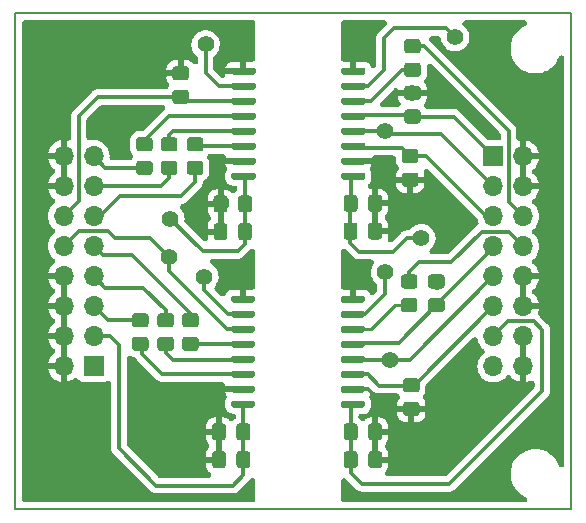
<source format=gtl>
G04 #@! TF.GenerationSoftware,KiCad,Pcbnew,(6.0.6)*
G04 #@! TF.CreationDate,2023-08-29T14:40:31+02:00*
G04 #@! TF.ProjectId,digital-isolator-6t2r,64696769-7461-46c2-9d69-736f6c61746f,rev?*
G04 #@! TF.SameCoordinates,Original*
G04 #@! TF.FileFunction,Copper,L1,Top*
G04 #@! TF.FilePolarity,Positive*
%FSLAX46Y46*%
G04 Gerber Fmt 4.6, Leading zero omitted, Abs format (unit mm)*
G04 Created by KiCad (PCBNEW (6.0.6)) date 2023-08-29 14:40:31*
%MOMM*%
%LPD*%
G01*
G04 APERTURE LIST*
G04 #@! TA.AperFunction,NonConductor*
%ADD10C,0.200000*%
G04 #@! TD*
G04 #@! TA.AperFunction,ComponentPad*
%ADD11R,1.700000X1.700000*%
G04 #@! TD*
G04 #@! TA.AperFunction,ComponentPad*
%ADD12O,1.700000X1.700000*%
G04 #@! TD*
G04 #@! TA.AperFunction,ViaPad*
%ADD13C,1.400000*%
G04 #@! TD*
G04 #@! TA.AperFunction,Conductor*
%ADD14C,0.300000*%
G04 #@! TD*
G04 #@! TA.AperFunction,Conductor*
%ADD15C,0.250000*%
G04 #@! TD*
G04 APERTURE END LIST*
D10*
X75710000Y-73710000D02*
X75710000Y-31700000D01*
X122810000Y-31700000D02*
X122810000Y-73710000D01*
X122810000Y-73710000D02*
X75710000Y-73710000D01*
X75710000Y-31700000D02*
X122810000Y-31700000D01*
G04 #@! TA.AperFunction,SMDPad,CuDef*
G36*
G01*
X105362500Y-45345000D02*
X105362500Y-45645000D01*
G75*
G02*
X105212500Y-45795000I-150000J0D01*
G01*
X103462500Y-45795000D01*
G75*
G02*
X103312500Y-45645000I0J150000D01*
G01*
X103312500Y-45345000D01*
G75*
G02*
X103462500Y-45195000I150000J0D01*
G01*
X105212500Y-45195000D01*
G75*
G02*
X105362500Y-45345000I0J-150000D01*
G01*
G37*
G04 #@! TD.AperFunction*
G04 #@! TA.AperFunction,SMDPad,CuDef*
G36*
G01*
X105362500Y-44075000D02*
X105362500Y-44375000D01*
G75*
G02*
X105212500Y-44525000I-150000J0D01*
G01*
X103462500Y-44525000D01*
G75*
G02*
X103312500Y-44375000I0J150000D01*
G01*
X103312500Y-44075000D01*
G75*
G02*
X103462500Y-43925000I150000J0D01*
G01*
X105212500Y-43925000D01*
G75*
G02*
X105362500Y-44075000I0J-150000D01*
G01*
G37*
G04 #@! TD.AperFunction*
G04 #@! TA.AperFunction,SMDPad,CuDef*
G36*
G01*
X105362500Y-42805000D02*
X105362500Y-43105000D01*
G75*
G02*
X105212500Y-43255000I-150000J0D01*
G01*
X103462500Y-43255000D01*
G75*
G02*
X103312500Y-43105000I0J150000D01*
G01*
X103312500Y-42805000D01*
G75*
G02*
X103462500Y-42655000I150000J0D01*
G01*
X105212500Y-42655000D01*
G75*
G02*
X105362500Y-42805000I0J-150000D01*
G01*
G37*
G04 #@! TD.AperFunction*
G04 #@! TA.AperFunction,SMDPad,CuDef*
G36*
G01*
X105362500Y-41535000D02*
X105362500Y-41835000D01*
G75*
G02*
X105212500Y-41985000I-150000J0D01*
G01*
X103462500Y-41985000D01*
G75*
G02*
X103312500Y-41835000I0J150000D01*
G01*
X103312500Y-41535000D01*
G75*
G02*
X103462500Y-41385000I150000J0D01*
G01*
X105212500Y-41385000D01*
G75*
G02*
X105362500Y-41535000I0J-150000D01*
G01*
G37*
G04 #@! TD.AperFunction*
G04 #@! TA.AperFunction,SMDPad,CuDef*
G36*
G01*
X105362500Y-40265000D02*
X105362500Y-40565000D01*
G75*
G02*
X105212500Y-40715000I-150000J0D01*
G01*
X103462500Y-40715000D01*
G75*
G02*
X103312500Y-40565000I0J150000D01*
G01*
X103312500Y-40265000D01*
G75*
G02*
X103462500Y-40115000I150000J0D01*
G01*
X105212500Y-40115000D01*
G75*
G02*
X105362500Y-40265000I0J-150000D01*
G01*
G37*
G04 #@! TD.AperFunction*
G04 #@! TA.AperFunction,SMDPad,CuDef*
G36*
G01*
X105362500Y-38995000D02*
X105362500Y-39295000D01*
G75*
G02*
X105212500Y-39445000I-150000J0D01*
G01*
X103462500Y-39445000D01*
G75*
G02*
X103312500Y-39295000I0J150000D01*
G01*
X103312500Y-38995000D01*
G75*
G02*
X103462500Y-38845000I150000J0D01*
G01*
X105212500Y-38845000D01*
G75*
G02*
X105362500Y-38995000I0J-150000D01*
G01*
G37*
G04 #@! TD.AperFunction*
G04 #@! TA.AperFunction,SMDPad,CuDef*
G36*
G01*
X105362500Y-37725000D02*
X105362500Y-38025000D01*
G75*
G02*
X105212500Y-38175000I-150000J0D01*
G01*
X103462500Y-38175000D01*
G75*
G02*
X103312500Y-38025000I0J150000D01*
G01*
X103312500Y-37725000D01*
G75*
G02*
X103462500Y-37575000I150000J0D01*
G01*
X105212500Y-37575000D01*
G75*
G02*
X105362500Y-37725000I0J-150000D01*
G01*
G37*
G04 #@! TD.AperFunction*
G04 #@! TA.AperFunction,SMDPad,CuDef*
G36*
G01*
X105362500Y-36455000D02*
X105362500Y-36755000D01*
G75*
G02*
X105212500Y-36905000I-150000J0D01*
G01*
X103462500Y-36905000D01*
G75*
G02*
X103312500Y-36755000I0J150000D01*
G01*
X103312500Y-36455000D01*
G75*
G02*
X103462500Y-36305000I150000J0D01*
G01*
X105212500Y-36305000D01*
G75*
G02*
X105362500Y-36455000I0J-150000D01*
G01*
G37*
G04 #@! TD.AperFunction*
G04 #@! TA.AperFunction,SMDPad,CuDef*
G36*
G01*
X96062500Y-36455000D02*
X96062500Y-36755000D01*
G75*
G02*
X95912500Y-36905000I-150000J0D01*
G01*
X94162500Y-36905000D01*
G75*
G02*
X94012500Y-36755000I0J150000D01*
G01*
X94012500Y-36455000D01*
G75*
G02*
X94162500Y-36305000I150000J0D01*
G01*
X95912500Y-36305000D01*
G75*
G02*
X96062500Y-36455000I0J-150000D01*
G01*
G37*
G04 #@! TD.AperFunction*
G04 #@! TA.AperFunction,SMDPad,CuDef*
G36*
G01*
X96062500Y-37725000D02*
X96062500Y-38025000D01*
G75*
G02*
X95912500Y-38175000I-150000J0D01*
G01*
X94162500Y-38175000D01*
G75*
G02*
X94012500Y-38025000I0J150000D01*
G01*
X94012500Y-37725000D01*
G75*
G02*
X94162500Y-37575000I150000J0D01*
G01*
X95912500Y-37575000D01*
G75*
G02*
X96062500Y-37725000I0J-150000D01*
G01*
G37*
G04 #@! TD.AperFunction*
G04 #@! TA.AperFunction,SMDPad,CuDef*
G36*
G01*
X96062500Y-38995000D02*
X96062500Y-39295000D01*
G75*
G02*
X95912500Y-39445000I-150000J0D01*
G01*
X94162500Y-39445000D01*
G75*
G02*
X94012500Y-39295000I0J150000D01*
G01*
X94012500Y-38995000D01*
G75*
G02*
X94162500Y-38845000I150000J0D01*
G01*
X95912500Y-38845000D01*
G75*
G02*
X96062500Y-38995000I0J-150000D01*
G01*
G37*
G04 #@! TD.AperFunction*
G04 #@! TA.AperFunction,SMDPad,CuDef*
G36*
G01*
X96062500Y-40265000D02*
X96062500Y-40565000D01*
G75*
G02*
X95912500Y-40715000I-150000J0D01*
G01*
X94162500Y-40715000D01*
G75*
G02*
X94012500Y-40565000I0J150000D01*
G01*
X94012500Y-40265000D01*
G75*
G02*
X94162500Y-40115000I150000J0D01*
G01*
X95912500Y-40115000D01*
G75*
G02*
X96062500Y-40265000I0J-150000D01*
G01*
G37*
G04 #@! TD.AperFunction*
G04 #@! TA.AperFunction,SMDPad,CuDef*
G36*
G01*
X96062500Y-41535000D02*
X96062500Y-41835000D01*
G75*
G02*
X95912500Y-41985000I-150000J0D01*
G01*
X94162500Y-41985000D01*
G75*
G02*
X94012500Y-41835000I0J150000D01*
G01*
X94012500Y-41535000D01*
G75*
G02*
X94162500Y-41385000I150000J0D01*
G01*
X95912500Y-41385000D01*
G75*
G02*
X96062500Y-41535000I0J-150000D01*
G01*
G37*
G04 #@! TD.AperFunction*
G04 #@! TA.AperFunction,SMDPad,CuDef*
G36*
G01*
X96062500Y-42805000D02*
X96062500Y-43105000D01*
G75*
G02*
X95912500Y-43255000I-150000J0D01*
G01*
X94162500Y-43255000D01*
G75*
G02*
X94012500Y-43105000I0J150000D01*
G01*
X94012500Y-42805000D01*
G75*
G02*
X94162500Y-42655000I150000J0D01*
G01*
X95912500Y-42655000D01*
G75*
G02*
X96062500Y-42805000I0J-150000D01*
G01*
G37*
G04 #@! TD.AperFunction*
G04 #@! TA.AperFunction,SMDPad,CuDef*
G36*
G01*
X96062500Y-44075000D02*
X96062500Y-44375000D01*
G75*
G02*
X95912500Y-44525000I-150000J0D01*
G01*
X94162500Y-44525000D01*
G75*
G02*
X94012500Y-44375000I0J150000D01*
G01*
X94012500Y-44075000D01*
G75*
G02*
X94162500Y-43925000I150000J0D01*
G01*
X95912500Y-43925000D01*
G75*
G02*
X96062500Y-44075000I0J-150000D01*
G01*
G37*
G04 #@! TD.AperFunction*
G04 #@! TA.AperFunction,SMDPad,CuDef*
G36*
G01*
X96062500Y-45345000D02*
X96062500Y-45645000D01*
G75*
G02*
X95912500Y-45795000I-150000J0D01*
G01*
X94162500Y-45795000D01*
G75*
G02*
X94012500Y-45645000I0J150000D01*
G01*
X94012500Y-45345000D01*
G75*
G02*
X94162500Y-45195000I150000J0D01*
G01*
X95912500Y-45195000D01*
G75*
G02*
X96062500Y-45345000I0J-150000D01*
G01*
G37*
G04 #@! TD.AperFunction*
G04 #@! TA.AperFunction,SMDPad,CuDef*
G36*
G01*
X95762500Y-49725000D02*
X95762500Y-50675000D01*
G75*
G02*
X95512500Y-50925000I-250000J0D01*
G01*
X94837500Y-50925000D01*
G75*
G02*
X94587500Y-50675000I0J250000D01*
G01*
X94587500Y-49725000D01*
G75*
G02*
X94837500Y-49475000I250000J0D01*
G01*
X95512500Y-49475000D01*
G75*
G02*
X95762500Y-49725000I0J-250000D01*
G01*
G37*
G04 #@! TD.AperFunction*
G04 #@! TA.AperFunction,SMDPad,CuDef*
G36*
G01*
X93687500Y-49725000D02*
X93687500Y-50675000D01*
G75*
G02*
X93437500Y-50925000I-250000J0D01*
G01*
X92762500Y-50925000D01*
G75*
G02*
X92512500Y-50675000I0J250000D01*
G01*
X92512500Y-49725000D01*
G75*
G02*
X92762500Y-49475000I250000J0D01*
G01*
X93437500Y-49475000D01*
G75*
G02*
X93687500Y-49725000I0J-250000D01*
G01*
G37*
G04 #@! TD.AperFunction*
G04 #@! TA.AperFunction,SMDPad,CuDef*
G36*
G01*
X109800000Y-37100000D02*
X108900000Y-37100000D01*
G75*
G02*
X108650000Y-36850000I0J250000D01*
G01*
X108650000Y-36150000D01*
G75*
G02*
X108900000Y-35900000I250000J0D01*
G01*
X109800000Y-35900000D01*
G75*
G02*
X110050000Y-36150000I0J-250000D01*
G01*
X110050000Y-36850000D01*
G75*
G02*
X109800000Y-37100000I-250000J0D01*
G01*
G37*
G04 #@! TD.AperFunction*
G04 #@! TA.AperFunction,SMDPad,CuDef*
G36*
G01*
X109800000Y-35100000D02*
X108900000Y-35100000D01*
G75*
G02*
X108650000Y-34850000I0J250000D01*
G01*
X108650000Y-34150000D01*
G75*
G02*
X108900000Y-33900000I250000J0D01*
G01*
X109800000Y-33900000D01*
G75*
G02*
X110050000Y-34150000I0J-250000D01*
G01*
X110050000Y-34850000D01*
G75*
G02*
X109800000Y-35100000I-250000J0D01*
G01*
G37*
G04 #@! TD.AperFunction*
G04 #@! TA.AperFunction,SMDPad,CuDef*
G36*
G01*
X86750000Y-60300000D02*
X85850000Y-60300000D01*
G75*
G02*
X85600000Y-60050000I0J250000D01*
G01*
X85600000Y-59350000D01*
G75*
G02*
X85850000Y-59100000I250000J0D01*
G01*
X86750000Y-59100000D01*
G75*
G02*
X87000000Y-59350000I0J-250000D01*
G01*
X87000000Y-60050000D01*
G75*
G02*
X86750000Y-60300000I-250000J0D01*
G01*
G37*
G04 #@! TD.AperFunction*
G04 #@! TA.AperFunction,SMDPad,CuDef*
G36*
G01*
X86750000Y-58300000D02*
X85850000Y-58300000D01*
G75*
G02*
X85600000Y-58050000I0J250000D01*
G01*
X85600000Y-57350000D01*
G75*
G02*
X85850000Y-57100000I250000J0D01*
G01*
X86750000Y-57100000D01*
G75*
G02*
X87000000Y-57350000I0J-250000D01*
G01*
X87000000Y-58050000D01*
G75*
G02*
X86750000Y-58300000I-250000J0D01*
G01*
G37*
G04 #@! TD.AperFunction*
G04 #@! TA.AperFunction,SMDPad,CuDef*
G36*
G01*
X103512500Y-50625000D02*
X103512500Y-49675000D01*
G75*
G02*
X103762500Y-49425000I250000J0D01*
G01*
X104437500Y-49425000D01*
G75*
G02*
X104687500Y-49675000I0J-250000D01*
G01*
X104687500Y-50625000D01*
G75*
G02*
X104437500Y-50875000I-250000J0D01*
G01*
X103762500Y-50875000D01*
G75*
G02*
X103512500Y-50625000I0J250000D01*
G01*
G37*
G04 #@! TD.AperFunction*
G04 #@! TA.AperFunction,SMDPad,CuDef*
G36*
G01*
X105587500Y-50625000D02*
X105587500Y-49675000D01*
G75*
G02*
X105837500Y-49425000I250000J0D01*
G01*
X106512500Y-49425000D01*
G75*
G02*
X106762500Y-49675000I0J-250000D01*
G01*
X106762500Y-50625000D01*
G75*
G02*
X106512500Y-50875000I-250000J0D01*
G01*
X105837500Y-50875000D01*
G75*
G02*
X105587500Y-50625000I0J250000D01*
G01*
G37*
G04 #@! TD.AperFunction*
D11*
X116200000Y-43825000D03*
D12*
X118740000Y-43825000D03*
X116200000Y-46365000D03*
X118740000Y-46365000D03*
X116200000Y-48905000D03*
X118740000Y-48905000D03*
X116200000Y-51445000D03*
X118740000Y-51445000D03*
X116200000Y-53985000D03*
X118740000Y-53985000D03*
X116200000Y-56525000D03*
X118740000Y-56525000D03*
X116200000Y-59065000D03*
X118740000Y-59065000D03*
X116200000Y-61605000D03*
X118740000Y-61605000D03*
G04 #@! TA.AperFunction,SMDPad,CuDef*
G36*
G01*
X88300000Y-42200000D02*
X89200000Y-42200000D01*
G75*
G02*
X89450000Y-42450000I0J-250000D01*
G01*
X89450000Y-43150000D01*
G75*
G02*
X89200000Y-43400000I-250000J0D01*
G01*
X88300000Y-43400000D01*
G75*
G02*
X88050000Y-43150000I0J250000D01*
G01*
X88050000Y-42450000D01*
G75*
G02*
X88300000Y-42200000I250000J0D01*
G01*
G37*
G04 #@! TD.AperFunction*
G04 #@! TA.AperFunction,SMDPad,CuDef*
G36*
G01*
X88300000Y-44200000D02*
X89200000Y-44200000D01*
G75*
G02*
X89450000Y-44450000I0J-250000D01*
G01*
X89450000Y-45150000D01*
G75*
G02*
X89200000Y-45400000I-250000J0D01*
G01*
X88300000Y-45400000D01*
G75*
G02*
X88050000Y-45150000I0J250000D01*
G01*
X88050000Y-44450000D01*
G75*
G02*
X88300000Y-44200000I250000J0D01*
G01*
G37*
G04 #@! TD.AperFunction*
G04 #@! TA.AperFunction,SMDPad,CuDef*
G36*
G01*
X111820000Y-57020000D02*
X110920000Y-57020000D01*
G75*
G02*
X110670000Y-56770000I0J250000D01*
G01*
X110670000Y-56070000D01*
G75*
G02*
X110920000Y-55820000I250000J0D01*
G01*
X111820000Y-55820000D01*
G75*
G02*
X112070000Y-56070000I0J-250000D01*
G01*
X112070000Y-56770000D01*
G75*
G02*
X111820000Y-57020000I-250000J0D01*
G01*
G37*
G04 #@! TD.AperFunction*
G04 #@! TA.AperFunction,SMDPad,CuDef*
G36*
G01*
X111820000Y-55020000D02*
X110920000Y-55020000D01*
G75*
G02*
X110670000Y-54770000I0J250000D01*
G01*
X110670000Y-54070000D01*
G75*
G02*
X110920000Y-53820000I250000J0D01*
G01*
X111820000Y-53820000D01*
G75*
G02*
X112070000Y-54070000I0J-250000D01*
G01*
X112070000Y-54770000D01*
G75*
G02*
X111820000Y-55020000I-250000J0D01*
G01*
G37*
G04 #@! TD.AperFunction*
G04 #@! TA.AperFunction,SMDPad,CuDef*
G36*
G01*
X95762500Y-47375000D02*
X95762500Y-48325000D01*
G75*
G02*
X95512500Y-48575000I-250000J0D01*
G01*
X94837500Y-48575000D01*
G75*
G02*
X94587500Y-48325000I0J250000D01*
G01*
X94587500Y-47375000D01*
G75*
G02*
X94837500Y-47125000I250000J0D01*
G01*
X95512500Y-47125000D01*
G75*
G02*
X95762500Y-47375000I0J-250000D01*
G01*
G37*
G04 #@! TD.AperFunction*
G04 #@! TA.AperFunction,SMDPad,CuDef*
G36*
G01*
X93687500Y-47375000D02*
X93687500Y-48325000D01*
G75*
G02*
X93437500Y-48575000I-250000J0D01*
G01*
X92762500Y-48575000D01*
G75*
G02*
X92512500Y-48325000I0J250000D01*
G01*
X92512500Y-47375000D01*
G75*
G02*
X92762500Y-47125000I250000J0D01*
G01*
X93437500Y-47125000D01*
G75*
G02*
X93687500Y-47375000I0J-250000D01*
G01*
G37*
G04 #@! TD.AperFunction*
G04 #@! TA.AperFunction,SMDPad,CuDef*
G36*
G01*
X88900000Y-60300000D02*
X88000000Y-60300000D01*
G75*
G02*
X87750000Y-60050000I0J250000D01*
G01*
X87750000Y-59350000D01*
G75*
G02*
X88000000Y-59100000I250000J0D01*
G01*
X88900000Y-59100000D01*
G75*
G02*
X89150000Y-59350000I0J-250000D01*
G01*
X89150000Y-60050000D01*
G75*
G02*
X88900000Y-60300000I-250000J0D01*
G01*
G37*
G04 #@! TD.AperFunction*
G04 #@! TA.AperFunction,SMDPad,CuDef*
G36*
G01*
X88900000Y-58300000D02*
X88000000Y-58300000D01*
G75*
G02*
X87750000Y-58050000I0J250000D01*
G01*
X87750000Y-57350000D01*
G75*
G02*
X88000000Y-57100000I250000J0D01*
G01*
X88900000Y-57100000D01*
G75*
G02*
X89150000Y-57350000I0J-250000D01*
G01*
X89150000Y-58050000D01*
G75*
G02*
X88900000Y-58300000I-250000J0D01*
G01*
G37*
G04 #@! TD.AperFunction*
G04 #@! TA.AperFunction,SMDPad,CuDef*
G36*
G01*
X103525000Y-67625000D02*
X103525000Y-66675000D01*
G75*
G02*
X103775000Y-66425000I250000J0D01*
G01*
X104450000Y-66425000D01*
G75*
G02*
X104700000Y-66675000I0J-250000D01*
G01*
X104700000Y-67625000D01*
G75*
G02*
X104450000Y-67875000I-250000J0D01*
G01*
X103775000Y-67875000D01*
G75*
G02*
X103525000Y-67625000I0J250000D01*
G01*
G37*
G04 #@! TD.AperFunction*
G04 #@! TA.AperFunction,SMDPad,CuDef*
G36*
G01*
X105600000Y-67625000D02*
X105600000Y-66675000D01*
G75*
G02*
X105850000Y-66425000I250000J0D01*
G01*
X106525000Y-66425000D01*
G75*
G02*
X106775000Y-66675000I0J-250000D01*
G01*
X106775000Y-67625000D01*
G75*
G02*
X106525000Y-67875000I-250000J0D01*
G01*
X105850000Y-67875000D01*
G75*
G02*
X105600000Y-67625000I0J250000D01*
G01*
G37*
G04 #@! TD.AperFunction*
G04 #@! TA.AperFunction,SMDPad,CuDef*
G36*
G01*
X109800000Y-41050000D02*
X108900000Y-41050000D01*
G75*
G02*
X108650000Y-40800000I0J250000D01*
G01*
X108650000Y-40100000D01*
G75*
G02*
X108900000Y-39850000I250000J0D01*
G01*
X109800000Y-39850000D01*
G75*
G02*
X110050000Y-40100000I0J-250000D01*
G01*
X110050000Y-40800000D01*
G75*
G02*
X109800000Y-41050000I-250000J0D01*
G01*
G37*
G04 #@! TD.AperFunction*
G04 #@! TA.AperFunction,SMDPad,CuDef*
G36*
G01*
X109800000Y-39050000D02*
X108900000Y-39050000D01*
G75*
G02*
X108650000Y-38800000I0J250000D01*
G01*
X108650000Y-38100000D01*
G75*
G02*
X108900000Y-37850000I250000J0D01*
G01*
X109800000Y-37850000D01*
G75*
G02*
X110050000Y-38100000I0J-250000D01*
G01*
X110050000Y-38800000D01*
G75*
G02*
X109800000Y-39050000I-250000J0D01*
G01*
G37*
G04 #@! TD.AperFunction*
D11*
X82350000Y-61575000D03*
D12*
X79810000Y-61575000D03*
X82350000Y-59035000D03*
X79810000Y-59035000D03*
X82350000Y-56495000D03*
X79810000Y-56495000D03*
X82350000Y-53955000D03*
X79810000Y-53955000D03*
X82350000Y-51415000D03*
X79810000Y-51415000D03*
X82350000Y-48875000D03*
X79810000Y-48875000D03*
X82350000Y-46335000D03*
X79810000Y-46335000D03*
X82350000Y-43795000D03*
X79810000Y-43795000D03*
G04 #@! TA.AperFunction,SMDPad,CuDef*
G36*
G01*
X108700000Y-43200000D02*
X109600000Y-43200000D01*
G75*
G02*
X109850000Y-43450000I0J-250000D01*
G01*
X109850000Y-44150000D01*
G75*
G02*
X109600000Y-44400000I-250000J0D01*
G01*
X108700000Y-44400000D01*
G75*
G02*
X108450000Y-44150000I0J250000D01*
G01*
X108450000Y-43450000D01*
G75*
G02*
X108700000Y-43200000I250000J0D01*
G01*
G37*
G04 #@! TD.AperFunction*
G04 #@! TA.AperFunction,SMDPad,CuDef*
G36*
G01*
X108700000Y-45200000D02*
X109600000Y-45200000D01*
G75*
G02*
X109850000Y-45450000I0J-250000D01*
G01*
X109850000Y-46150000D01*
G75*
G02*
X109600000Y-46400000I-250000J0D01*
G01*
X108700000Y-46400000D01*
G75*
G02*
X108450000Y-46150000I0J250000D01*
G01*
X108450000Y-45450000D01*
G75*
G02*
X108700000Y-45200000I250000J0D01*
G01*
G37*
G04 #@! TD.AperFunction*
G04 #@! TA.AperFunction,SMDPad,CuDef*
G36*
G01*
X105325000Y-64645000D02*
X105325000Y-64945000D01*
G75*
G02*
X105175000Y-65095000I-150000J0D01*
G01*
X103425000Y-65095000D01*
G75*
G02*
X103275000Y-64945000I0J150000D01*
G01*
X103275000Y-64645000D01*
G75*
G02*
X103425000Y-64495000I150000J0D01*
G01*
X105175000Y-64495000D01*
G75*
G02*
X105325000Y-64645000I0J-150000D01*
G01*
G37*
G04 #@! TD.AperFunction*
G04 #@! TA.AperFunction,SMDPad,CuDef*
G36*
G01*
X105325000Y-63375000D02*
X105325000Y-63675000D01*
G75*
G02*
X105175000Y-63825000I-150000J0D01*
G01*
X103425000Y-63825000D01*
G75*
G02*
X103275000Y-63675000I0J150000D01*
G01*
X103275000Y-63375000D01*
G75*
G02*
X103425000Y-63225000I150000J0D01*
G01*
X105175000Y-63225000D01*
G75*
G02*
X105325000Y-63375000I0J-150000D01*
G01*
G37*
G04 #@! TD.AperFunction*
G04 #@! TA.AperFunction,SMDPad,CuDef*
G36*
G01*
X105325000Y-62105000D02*
X105325000Y-62405000D01*
G75*
G02*
X105175000Y-62555000I-150000J0D01*
G01*
X103425000Y-62555000D01*
G75*
G02*
X103275000Y-62405000I0J150000D01*
G01*
X103275000Y-62105000D01*
G75*
G02*
X103425000Y-61955000I150000J0D01*
G01*
X105175000Y-61955000D01*
G75*
G02*
X105325000Y-62105000I0J-150000D01*
G01*
G37*
G04 #@! TD.AperFunction*
G04 #@! TA.AperFunction,SMDPad,CuDef*
G36*
G01*
X105325000Y-60835000D02*
X105325000Y-61135000D01*
G75*
G02*
X105175000Y-61285000I-150000J0D01*
G01*
X103425000Y-61285000D01*
G75*
G02*
X103275000Y-61135000I0J150000D01*
G01*
X103275000Y-60835000D01*
G75*
G02*
X103425000Y-60685000I150000J0D01*
G01*
X105175000Y-60685000D01*
G75*
G02*
X105325000Y-60835000I0J-150000D01*
G01*
G37*
G04 #@! TD.AperFunction*
G04 #@! TA.AperFunction,SMDPad,CuDef*
G36*
G01*
X105325000Y-59565000D02*
X105325000Y-59865000D01*
G75*
G02*
X105175000Y-60015000I-150000J0D01*
G01*
X103425000Y-60015000D01*
G75*
G02*
X103275000Y-59865000I0J150000D01*
G01*
X103275000Y-59565000D01*
G75*
G02*
X103425000Y-59415000I150000J0D01*
G01*
X105175000Y-59415000D01*
G75*
G02*
X105325000Y-59565000I0J-150000D01*
G01*
G37*
G04 #@! TD.AperFunction*
G04 #@! TA.AperFunction,SMDPad,CuDef*
G36*
G01*
X105325000Y-58295000D02*
X105325000Y-58595000D01*
G75*
G02*
X105175000Y-58745000I-150000J0D01*
G01*
X103425000Y-58745000D01*
G75*
G02*
X103275000Y-58595000I0J150000D01*
G01*
X103275000Y-58295000D01*
G75*
G02*
X103425000Y-58145000I150000J0D01*
G01*
X105175000Y-58145000D01*
G75*
G02*
X105325000Y-58295000I0J-150000D01*
G01*
G37*
G04 #@! TD.AperFunction*
G04 #@! TA.AperFunction,SMDPad,CuDef*
G36*
G01*
X105325000Y-57025000D02*
X105325000Y-57325000D01*
G75*
G02*
X105175000Y-57475000I-150000J0D01*
G01*
X103425000Y-57475000D01*
G75*
G02*
X103275000Y-57325000I0J150000D01*
G01*
X103275000Y-57025000D01*
G75*
G02*
X103425000Y-56875000I150000J0D01*
G01*
X105175000Y-56875000D01*
G75*
G02*
X105325000Y-57025000I0J-150000D01*
G01*
G37*
G04 #@! TD.AperFunction*
G04 #@! TA.AperFunction,SMDPad,CuDef*
G36*
G01*
X105325000Y-55755000D02*
X105325000Y-56055000D01*
G75*
G02*
X105175000Y-56205000I-150000J0D01*
G01*
X103425000Y-56205000D01*
G75*
G02*
X103275000Y-56055000I0J150000D01*
G01*
X103275000Y-55755000D01*
G75*
G02*
X103425000Y-55605000I150000J0D01*
G01*
X105175000Y-55605000D01*
G75*
G02*
X105325000Y-55755000I0J-150000D01*
G01*
G37*
G04 #@! TD.AperFunction*
G04 #@! TA.AperFunction,SMDPad,CuDef*
G36*
G01*
X96025000Y-55755000D02*
X96025000Y-56055000D01*
G75*
G02*
X95875000Y-56205000I-150000J0D01*
G01*
X94125000Y-56205000D01*
G75*
G02*
X93975000Y-56055000I0J150000D01*
G01*
X93975000Y-55755000D01*
G75*
G02*
X94125000Y-55605000I150000J0D01*
G01*
X95875000Y-55605000D01*
G75*
G02*
X96025000Y-55755000I0J-150000D01*
G01*
G37*
G04 #@! TD.AperFunction*
G04 #@! TA.AperFunction,SMDPad,CuDef*
G36*
G01*
X96025000Y-57025000D02*
X96025000Y-57325000D01*
G75*
G02*
X95875000Y-57475000I-150000J0D01*
G01*
X94125000Y-57475000D01*
G75*
G02*
X93975000Y-57325000I0J150000D01*
G01*
X93975000Y-57025000D01*
G75*
G02*
X94125000Y-56875000I150000J0D01*
G01*
X95875000Y-56875000D01*
G75*
G02*
X96025000Y-57025000I0J-150000D01*
G01*
G37*
G04 #@! TD.AperFunction*
G04 #@! TA.AperFunction,SMDPad,CuDef*
G36*
G01*
X96025000Y-58295000D02*
X96025000Y-58595000D01*
G75*
G02*
X95875000Y-58745000I-150000J0D01*
G01*
X94125000Y-58745000D01*
G75*
G02*
X93975000Y-58595000I0J150000D01*
G01*
X93975000Y-58295000D01*
G75*
G02*
X94125000Y-58145000I150000J0D01*
G01*
X95875000Y-58145000D01*
G75*
G02*
X96025000Y-58295000I0J-150000D01*
G01*
G37*
G04 #@! TD.AperFunction*
G04 #@! TA.AperFunction,SMDPad,CuDef*
G36*
G01*
X96025000Y-59565000D02*
X96025000Y-59865000D01*
G75*
G02*
X95875000Y-60015000I-150000J0D01*
G01*
X94125000Y-60015000D01*
G75*
G02*
X93975000Y-59865000I0J150000D01*
G01*
X93975000Y-59565000D01*
G75*
G02*
X94125000Y-59415000I150000J0D01*
G01*
X95875000Y-59415000D01*
G75*
G02*
X96025000Y-59565000I0J-150000D01*
G01*
G37*
G04 #@! TD.AperFunction*
G04 #@! TA.AperFunction,SMDPad,CuDef*
G36*
G01*
X96025000Y-60835000D02*
X96025000Y-61135000D01*
G75*
G02*
X95875000Y-61285000I-150000J0D01*
G01*
X94125000Y-61285000D01*
G75*
G02*
X93975000Y-61135000I0J150000D01*
G01*
X93975000Y-60835000D01*
G75*
G02*
X94125000Y-60685000I150000J0D01*
G01*
X95875000Y-60685000D01*
G75*
G02*
X96025000Y-60835000I0J-150000D01*
G01*
G37*
G04 #@! TD.AperFunction*
G04 #@! TA.AperFunction,SMDPad,CuDef*
G36*
G01*
X96025000Y-62105000D02*
X96025000Y-62405000D01*
G75*
G02*
X95875000Y-62555000I-150000J0D01*
G01*
X94125000Y-62555000D01*
G75*
G02*
X93975000Y-62405000I0J150000D01*
G01*
X93975000Y-62105000D01*
G75*
G02*
X94125000Y-61955000I150000J0D01*
G01*
X95875000Y-61955000D01*
G75*
G02*
X96025000Y-62105000I0J-150000D01*
G01*
G37*
G04 #@! TD.AperFunction*
G04 #@! TA.AperFunction,SMDPad,CuDef*
G36*
G01*
X96025000Y-63375000D02*
X96025000Y-63675000D01*
G75*
G02*
X95875000Y-63825000I-150000J0D01*
G01*
X94125000Y-63825000D01*
G75*
G02*
X93975000Y-63675000I0J150000D01*
G01*
X93975000Y-63375000D01*
G75*
G02*
X94125000Y-63225000I150000J0D01*
G01*
X95875000Y-63225000D01*
G75*
G02*
X96025000Y-63375000I0J-150000D01*
G01*
G37*
G04 #@! TD.AperFunction*
G04 #@! TA.AperFunction,SMDPad,CuDef*
G36*
G01*
X96025000Y-64645000D02*
X96025000Y-64945000D01*
G75*
G02*
X95875000Y-65095000I-150000J0D01*
G01*
X94125000Y-65095000D01*
G75*
G02*
X93975000Y-64945000I0J150000D01*
G01*
X93975000Y-64645000D01*
G75*
G02*
X94125000Y-64495000I150000J0D01*
G01*
X95875000Y-64495000D01*
G75*
G02*
X96025000Y-64645000I0J-150000D01*
G01*
G37*
G04 #@! TD.AperFunction*
G04 #@! TA.AperFunction,SMDPad,CuDef*
G36*
G01*
X95625000Y-69025000D02*
X95625000Y-69975000D01*
G75*
G02*
X95375000Y-70225000I-250000J0D01*
G01*
X94700000Y-70225000D01*
G75*
G02*
X94450000Y-69975000I0J250000D01*
G01*
X94450000Y-69025000D01*
G75*
G02*
X94700000Y-68775000I250000J0D01*
G01*
X95375000Y-68775000D01*
G75*
G02*
X95625000Y-69025000I0J-250000D01*
G01*
G37*
G04 #@! TD.AperFunction*
G04 #@! TA.AperFunction,SMDPad,CuDef*
G36*
G01*
X93550000Y-69025000D02*
X93550000Y-69975000D01*
G75*
G02*
X93300000Y-70225000I-250000J0D01*
G01*
X92625000Y-70225000D01*
G75*
G02*
X92375000Y-69975000I0J250000D01*
G01*
X92375000Y-69025000D01*
G75*
G02*
X92625000Y-68775000I250000J0D01*
G01*
X93300000Y-68775000D01*
G75*
G02*
X93550000Y-69025000I0J-250000D01*
G01*
G37*
G04 #@! TD.AperFunction*
G04 #@! TA.AperFunction,SMDPad,CuDef*
G36*
G01*
X103537500Y-69975000D02*
X103537500Y-69025000D01*
G75*
G02*
X103787500Y-68775000I250000J0D01*
G01*
X104462500Y-68775000D01*
G75*
G02*
X104712500Y-69025000I0J-250000D01*
G01*
X104712500Y-69975000D01*
G75*
G02*
X104462500Y-70225000I-250000J0D01*
G01*
X103787500Y-70225000D01*
G75*
G02*
X103537500Y-69975000I0J250000D01*
G01*
G37*
G04 #@! TD.AperFunction*
G04 #@! TA.AperFunction,SMDPad,CuDef*
G36*
G01*
X105612500Y-69975000D02*
X105612500Y-69025000D01*
G75*
G02*
X105862500Y-68775000I250000J0D01*
G01*
X106537500Y-68775000D01*
G75*
G02*
X106787500Y-69025000I0J-250000D01*
G01*
X106787500Y-69975000D01*
G75*
G02*
X106537500Y-70225000I-250000J0D01*
G01*
X105862500Y-70225000D01*
G75*
G02*
X105612500Y-69975000I0J250000D01*
G01*
G37*
G04 #@! TD.AperFunction*
G04 #@! TA.AperFunction,SMDPad,CuDef*
G36*
G01*
X109520000Y-57020000D02*
X108620000Y-57020000D01*
G75*
G02*
X108370000Y-56770000I0J250000D01*
G01*
X108370000Y-56070000D01*
G75*
G02*
X108620000Y-55820000I250000J0D01*
G01*
X109520000Y-55820000D01*
G75*
G02*
X109770000Y-56070000I0J-250000D01*
G01*
X109770000Y-56770000D01*
G75*
G02*
X109520000Y-57020000I-250000J0D01*
G01*
G37*
G04 #@! TD.AperFunction*
G04 #@! TA.AperFunction,SMDPad,CuDef*
G36*
G01*
X109520000Y-55020000D02*
X108620000Y-55020000D01*
G75*
G02*
X108370000Y-54770000I0J250000D01*
G01*
X108370000Y-54070000D01*
G75*
G02*
X108620000Y-53820000I250000J0D01*
G01*
X109520000Y-53820000D01*
G75*
G02*
X109770000Y-54070000I0J-250000D01*
G01*
X109770000Y-54770000D01*
G75*
G02*
X109520000Y-55020000I-250000J0D01*
G01*
G37*
G04 #@! TD.AperFunction*
G04 #@! TA.AperFunction,SMDPad,CuDef*
G36*
G01*
X91000000Y-60300000D02*
X90100000Y-60300000D01*
G75*
G02*
X89850000Y-60050000I0J250000D01*
G01*
X89850000Y-59350000D01*
G75*
G02*
X90100000Y-59100000I250000J0D01*
G01*
X91000000Y-59100000D01*
G75*
G02*
X91250000Y-59350000I0J-250000D01*
G01*
X91250000Y-60050000D01*
G75*
G02*
X91000000Y-60300000I-250000J0D01*
G01*
G37*
G04 #@! TD.AperFunction*
G04 #@! TA.AperFunction,SMDPad,CuDef*
G36*
G01*
X91000000Y-58300000D02*
X90100000Y-58300000D01*
G75*
G02*
X89850000Y-58050000I0J250000D01*
G01*
X89850000Y-57350000D01*
G75*
G02*
X90100000Y-57100000I250000J0D01*
G01*
X91000000Y-57100000D01*
G75*
G02*
X91250000Y-57350000I0J-250000D01*
G01*
X91250000Y-58050000D01*
G75*
G02*
X91000000Y-58300000I-250000J0D01*
G01*
G37*
G04 #@! TD.AperFunction*
G04 #@! TA.AperFunction,SMDPad,CuDef*
G36*
G01*
X86200000Y-42200000D02*
X87100000Y-42200000D01*
G75*
G02*
X87350000Y-42450000I0J-250000D01*
G01*
X87350000Y-43150000D01*
G75*
G02*
X87100000Y-43400000I-250000J0D01*
G01*
X86200000Y-43400000D01*
G75*
G02*
X85950000Y-43150000I0J250000D01*
G01*
X85950000Y-42450000D01*
G75*
G02*
X86200000Y-42200000I250000J0D01*
G01*
G37*
G04 #@! TD.AperFunction*
G04 #@! TA.AperFunction,SMDPad,CuDef*
G36*
G01*
X86200000Y-44200000D02*
X87100000Y-44200000D01*
G75*
G02*
X87350000Y-44450000I0J-250000D01*
G01*
X87350000Y-45150000D01*
G75*
G02*
X87100000Y-45400000I-250000J0D01*
G01*
X86200000Y-45400000D01*
G75*
G02*
X85950000Y-45150000I0J250000D01*
G01*
X85950000Y-44450000D01*
G75*
G02*
X86200000Y-44200000I250000J0D01*
G01*
G37*
G04 #@! TD.AperFunction*
G04 #@! TA.AperFunction,SMDPad,CuDef*
G36*
G01*
X108800000Y-62600000D02*
X109700000Y-62600000D01*
G75*
G02*
X109950000Y-62850000I0J-250000D01*
G01*
X109950000Y-63550000D01*
G75*
G02*
X109700000Y-63800000I-250000J0D01*
G01*
X108800000Y-63800000D01*
G75*
G02*
X108550000Y-63550000I0J250000D01*
G01*
X108550000Y-62850000D01*
G75*
G02*
X108800000Y-62600000I250000J0D01*
G01*
G37*
G04 #@! TD.AperFunction*
G04 #@! TA.AperFunction,SMDPad,CuDef*
G36*
G01*
X108800000Y-64600000D02*
X109700000Y-64600000D01*
G75*
G02*
X109950000Y-64850000I0J-250000D01*
G01*
X109950000Y-65550000D01*
G75*
G02*
X109700000Y-65800000I-250000J0D01*
G01*
X108800000Y-65800000D01*
G75*
G02*
X108550000Y-65550000I0J250000D01*
G01*
X108550000Y-64850000D01*
G75*
G02*
X108800000Y-64600000I250000J0D01*
G01*
G37*
G04 #@! TD.AperFunction*
G04 #@! TA.AperFunction,SMDPad,CuDef*
G36*
G01*
X103525000Y-48275000D02*
X103525000Y-47325000D01*
G75*
G02*
X103775000Y-47075000I250000J0D01*
G01*
X104450000Y-47075000D01*
G75*
G02*
X104700000Y-47325000I0J-250000D01*
G01*
X104700000Y-48275000D01*
G75*
G02*
X104450000Y-48525000I-250000J0D01*
G01*
X103775000Y-48525000D01*
G75*
G02*
X103525000Y-48275000I0J250000D01*
G01*
G37*
G04 #@! TD.AperFunction*
G04 #@! TA.AperFunction,SMDPad,CuDef*
G36*
G01*
X105600000Y-48275000D02*
X105600000Y-47325000D01*
G75*
G02*
X105850000Y-47075000I250000J0D01*
G01*
X106525000Y-47075000D01*
G75*
G02*
X106775000Y-47325000I0J-250000D01*
G01*
X106775000Y-48275000D01*
G75*
G02*
X106525000Y-48525000I-250000J0D01*
G01*
X105850000Y-48525000D01*
G75*
G02*
X105600000Y-48275000I0J250000D01*
G01*
G37*
G04 #@! TD.AperFunction*
G04 #@! TA.AperFunction,SMDPad,CuDef*
G36*
G01*
X90500000Y-42200000D02*
X91400000Y-42200000D01*
G75*
G02*
X91650000Y-42450000I0J-250000D01*
G01*
X91650000Y-43150000D01*
G75*
G02*
X91400000Y-43400000I-250000J0D01*
G01*
X90500000Y-43400000D01*
G75*
G02*
X90250000Y-43150000I0J250000D01*
G01*
X90250000Y-42450000D01*
G75*
G02*
X90500000Y-42200000I250000J0D01*
G01*
G37*
G04 #@! TD.AperFunction*
G04 #@! TA.AperFunction,SMDPad,CuDef*
G36*
G01*
X90500000Y-44200000D02*
X91400000Y-44200000D01*
G75*
G02*
X91650000Y-44450000I0J-250000D01*
G01*
X91650000Y-45150000D01*
G75*
G02*
X91400000Y-45400000I-250000J0D01*
G01*
X90500000Y-45400000D01*
G75*
G02*
X90250000Y-45150000I0J250000D01*
G01*
X90250000Y-44450000D01*
G75*
G02*
X90500000Y-44200000I250000J0D01*
G01*
G37*
G04 #@! TD.AperFunction*
G04 #@! TA.AperFunction,SMDPad,CuDef*
G36*
G01*
X90170000Y-39390000D02*
X89270000Y-39390000D01*
G75*
G02*
X89020000Y-39140000I0J250000D01*
G01*
X89020000Y-38440000D01*
G75*
G02*
X89270000Y-38190000I250000J0D01*
G01*
X90170000Y-38190000D01*
G75*
G02*
X90420000Y-38440000I0J-250000D01*
G01*
X90420000Y-39140000D01*
G75*
G02*
X90170000Y-39390000I-250000J0D01*
G01*
G37*
G04 #@! TD.AperFunction*
G04 #@! TA.AperFunction,SMDPad,CuDef*
G36*
G01*
X90170000Y-37390000D02*
X89270000Y-37390000D01*
G75*
G02*
X89020000Y-37140000I0J250000D01*
G01*
X89020000Y-36440000D01*
G75*
G02*
X89270000Y-36190000I250000J0D01*
G01*
X90170000Y-36190000D01*
G75*
G02*
X90420000Y-36440000I0J-250000D01*
G01*
X90420000Y-37140000D01*
G75*
G02*
X90170000Y-37390000I-250000J0D01*
G01*
G37*
G04 #@! TD.AperFunction*
G04 #@! TA.AperFunction,SMDPad,CuDef*
G36*
G01*
X95625000Y-66675000D02*
X95625000Y-67625000D01*
G75*
G02*
X95375000Y-67875000I-250000J0D01*
G01*
X94700000Y-67875000D01*
G75*
G02*
X94450000Y-67625000I0J250000D01*
G01*
X94450000Y-66675000D01*
G75*
G02*
X94700000Y-66425000I250000J0D01*
G01*
X95375000Y-66425000D01*
G75*
G02*
X95625000Y-66675000I0J-250000D01*
G01*
G37*
G04 #@! TD.AperFunction*
G04 #@! TA.AperFunction,SMDPad,CuDef*
G36*
G01*
X93550000Y-66675000D02*
X93550000Y-67625000D01*
G75*
G02*
X93300000Y-67875000I-250000J0D01*
G01*
X92625000Y-67875000D01*
G75*
G02*
X92375000Y-67625000I0J250000D01*
G01*
X92375000Y-66675000D01*
G75*
G02*
X92625000Y-66425000I250000J0D01*
G01*
X93300000Y-66425000D01*
G75*
G02*
X93550000Y-66675000I0J-250000D01*
G01*
G37*
G04 #@! TD.AperFunction*
D13*
X110100000Y-50750000D03*
X109350000Y-38450000D03*
X109200000Y-67650000D03*
X104500000Y-34390000D03*
X104510000Y-53590000D03*
X109150000Y-47900000D03*
X111400000Y-54430000D03*
X88850000Y-49100000D03*
X84600000Y-40550000D03*
X90750000Y-64150000D03*
X95000000Y-34390000D03*
X94600000Y-53900000D03*
X90800000Y-67100000D03*
X93100000Y-47800000D03*
X88750000Y-52350000D03*
X107450000Y-61050000D03*
X107050000Y-41700000D03*
X107020000Y-53640000D03*
X91740000Y-54010000D03*
X112970000Y-33730000D03*
X91830000Y-34350000D03*
D14*
X104100000Y-51150000D02*
X104100000Y-50150000D01*
X105050000Y-71550000D02*
X104125000Y-70625000D01*
X104125000Y-69500000D02*
X104125000Y-67162500D01*
X104112500Y-67150000D02*
X104112500Y-64982500D01*
X104100000Y-47812500D02*
X104112500Y-47800000D01*
X112470000Y-71550000D02*
X105050000Y-71550000D01*
X104125000Y-70625000D02*
X104125000Y-69500000D01*
X104112500Y-45720000D02*
X104337500Y-45495000D01*
X104112500Y-47800000D02*
X104112500Y-45720000D01*
X110100000Y-50750000D02*
X108850000Y-50750000D01*
X104125000Y-67162500D02*
X104112500Y-67150000D01*
X116200000Y-59065000D02*
X117465000Y-57800000D01*
X104112500Y-64982500D02*
X104300000Y-64795000D01*
X120350000Y-58500000D02*
X120350000Y-63670000D01*
X117465000Y-57800000D02*
X119650000Y-57800000D01*
X120350000Y-63670000D02*
X112470000Y-71550000D01*
X108850000Y-50750000D02*
X107700000Y-51900000D01*
X119650000Y-57800000D02*
X120350000Y-58500000D01*
X104850000Y-51900000D02*
X104100000Y-51150000D01*
X107700000Y-51900000D02*
X104850000Y-51900000D01*
X104100000Y-50150000D02*
X104100000Y-47812500D01*
X104300000Y-63525000D02*
X105575000Y-63525000D01*
X105575000Y-63525000D02*
X106600000Y-64550000D01*
X84500000Y-59800000D02*
X84500000Y-68550000D01*
X95175000Y-47850000D02*
X95175000Y-45632500D01*
X87650000Y-71700000D02*
X94150000Y-71700000D01*
X91600000Y-51850000D02*
X94550000Y-51850000D01*
X88850000Y-49100000D02*
X91600000Y-51850000D01*
X95037500Y-67150000D02*
X95037500Y-64832500D01*
X95175000Y-50200000D02*
X95175000Y-47850000D01*
X94150000Y-71700000D02*
X95037500Y-70812500D01*
X95037500Y-64832500D02*
X95000000Y-64795000D01*
X95175000Y-45632500D02*
X95037500Y-45495000D01*
X83735000Y-59035000D02*
X84500000Y-59800000D01*
X94550000Y-51850000D02*
X95175000Y-51225000D01*
X95175000Y-51225000D02*
X95175000Y-50200000D01*
X95037500Y-69500000D02*
X95037500Y-67150000D01*
X84500000Y-68550000D02*
X87650000Y-71700000D01*
X82350000Y-59035000D02*
X83735000Y-59035000D01*
X95037500Y-70812500D02*
X95037500Y-69500000D01*
X86650000Y-44800000D02*
X83355000Y-44800000D01*
X83355000Y-44800000D02*
X82350000Y-43795000D01*
X82350000Y-46335000D02*
X88065000Y-46335000D01*
X88065000Y-46335000D02*
X88750000Y-45650000D01*
X88750000Y-45650000D02*
X88750000Y-44800000D01*
X82925000Y-48875000D02*
X84600000Y-47200000D01*
X84600000Y-47200000D02*
X89750000Y-47200000D01*
X90950000Y-46000000D02*
X90950000Y-44800000D01*
X89750000Y-47200000D02*
X90950000Y-46000000D01*
X82350000Y-48875000D02*
X82925000Y-48875000D01*
X89710000Y-38800000D02*
X82700000Y-38800000D01*
X82700000Y-38800000D02*
X81100000Y-40400000D01*
X90075000Y-39145000D02*
X89720000Y-38790000D01*
X95037500Y-39145000D02*
X90075000Y-39145000D01*
X89720000Y-38790000D02*
X89710000Y-38800000D01*
X81100000Y-47585000D02*
X79810000Y-48875000D01*
X81100000Y-40400000D02*
X81100000Y-47585000D01*
X82350000Y-51415000D02*
X83135000Y-52200000D01*
X85640000Y-52200000D02*
X90550000Y-57110000D01*
X90550000Y-57110000D02*
X90550000Y-57700000D01*
X83135000Y-52200000D02*
X85640000Y-52200000D01*
X88750000Y-53530000D02*
X93665000Y-58445000D01*
X84150000Y-50750000D02*
X83550000Y-50150000D01*
X88750000Y-52350000D02*
X88750000Y-53530000D01*
X83550000Y-50150000D02*
X81075000Y-50150000D01*
X81075000Y-50150000D02*
X79810000Y-51415000D01*
X88750000Y-52350000D02*
X87150000Y-50750000D01*
X87150000Y-50750000D02*
X84150000Y-50750000D01*
X93665000Y-58445000D02*
X95000000Y-58445000D01*
X88450000Y-56860000D02*
X88450000Y-57700000D01*
X83345000Y-54950000D02*
X86540000Y-54950000D01*
X86540000Y-54950000D02*
X88450000Y-56860000D01*
X82350000Y-53955000D02*
X83345000Y-54950000D01*
X83555000Y-57700000D02*
X86300000Y-57700000D01*
X82350000Y-56495000D02*
X83555000Y-57700000D01*
X109525000Y-63200000D02*
X116200000Y-56525000D01*
X109200000Y-63250000D02*
X109250000Y-63200000D01*
X104300000Y-62255000D02*
X105555000Y-62255000D01*
X106550000Y-63250000D02*
X109200000Y-63250000D01*
X109250000Y-63200000D02*
X109525000Y-63200000D01*
X105555000Y-62255000D02*
X106550000Y-63250000D01*
X109135000Y-61050000D02*
X107450000Y-61050000D01*
X107450000Y-61050000D02*
X104365000Y-61050000D01*
X116200000Y-53985000D02*
X109135000Y-61050000D01*
X104365000Y-61050000D02*
X104300000Y-60985000D01*
X104415000Y-59600000D02*
X108190000Y-59600000D01*
X111370000Y-56420000D02*
X111370000Y-56380000D01*
X108190000Y-59600000D02*
X111370000Y-56420000D01*
X104300000Y-59715000D02*
X104415000Y-59600000D01*
X116200000Y-51550000D02*
X116200000Y-51445000D01*
X111370000Y-56380000D02*
X116200000Y-51550000D01*
X109070000Y-53610000D02*
X109920000Y-52760000D01*
X115198971Y-50200000D02*
X117495000Y-50200000D01*
X112638971Y-52760000D02*
X115198971Y-50200000D01*
X117495000Y-50200000D02*
X118740000Y-51445000D01*
X109920000Y-52760000D02*
X112638971Y-52760000D01*
X109070000Y-54420000D02*
X109070000Y-53610000D01*
X108450000Y-43100000D02*
X109150000Y-43800000D01*
X110500000Y-43800000D02*
X115605000Y-48905000D01*
X115605000Y-48905000D02*
X116200000Y-48905000D01*
X109150000Y-43800000D02*
X110500000Y-43800000D01*
X104337500Y-42955000D02*
X104482500Y-43100000D01*
X104482500Y-43100000D02*
X108450000Y-43100000D01*
X117501077Y-41651077D02*
X110350000Y-34500000D01*
X118740000Y-48905000D02*
X117501077Y-47666077D01*
X117501077Y-47666077D02*
X117501077Y-41651077D01*
X110350000Y-34500000D02*
X109350000Y-34500000D01*
X107050000Y-41700000D02*
X104352500Y-41700000D01*
X107300000Y-41950000D02*
X111785000Y-41950000D01*
X111785000Y-41950000D02*
X116200000Y-46365000D01*
X104352500Y-41700000D02*
X104337500Y-41685000D01*
X107050000Y-41700000D02*
X107300000Y-41950000D01*
X112825000Y-40450000D02*
X116200000Y-43825000D01*
X109200000Y-40300000D02*
X109350000Y-40450000D01*
X109350000Y-40450000D02*
X112825000Y-40450000D01*
X104337500Y-40415000D02*
X104452500Y-40300000D01*
X104452500Y-40300000D02*
X109200000Y-40300000D01*
X86450000Y-60540000D02*
X88165000Y-62255000D01*
X86300000Y-59700000D02*
X86450000Y-59850000D01*
X88165000Y-62255000D02*
X95000000Y-62255000D01*
X86450000Y-59850000D02*
X86450000Y-60540000D01*
D15*
X104300000Y-58445000D02*
X105805000Y-58445000D01*
X105805000Y-58445000D02*
X107830000Y-56420000D01*
X107830000Y-56420000D02*
X109070000Y-56420000D01*
D14*
X88450000Y-60510000D02*
X88450000Y-59700000D01*
X94885000Y-61100000D02*
X89040000Y-61100000D01*
X95000000Y-60985000D02*
X94885000Y-61100000D01*
X89040000Y-61100000D02*
X88450000Y-60510000D01*
X94985000Y-59700000D02*
X90550000Y-59700000D01*
X95000000Y-59715000D02*
X94985000Y-59700000D01*
X95037500Y-42955000D02*
X91105000Y-42955000D01*
X91105000Y-42955000D02*
X90950000Y-42800000D01*
X108450000Y-36500000D02*
X109350000Y-36500000D01*
X104337500Y-39145000D02*
X105805000Y-39145000D01*
X105805000Y-39145000D02*
X108450000Y-36500000D01*
X88750000Y-42050000D02*
X89115000Y-41685000D01*
X89115000Y-41685000D02*
X95037500Y-41685000D01*
X88750000Y-42800000D02*
X88750000Y-42050000D01*
X88735000Y-40415000D02*
X95037500Y-40415000D01*
X86650000Y-42800000D02*
X86650000Y-42500000D01*
X86650000Y-42500000D02*
X88735000Y-40415000D01*
X104300000Y-57175000D02*
X105335000Y-57175000D01*
X105335000Y-57175000D02*
X107020000Y-55490000D01*
X107020000Y-55490000D02*
X107020000Y-53640000D01*
X95000000Y-57175000D02*
X93745000Y-57175000D01*
X91740000Y-55170000D02*
X91740000Y-54010000D01*
X93745000Y-57175000D02*
X91740000Y-55170000D01*
X112200000Y-32960000D02*
X112970000Y-33730000D01*
X105585000Y-37875000D02*
X106930000Y-36530000D01*
X107790000Y-32960000D02*
X112200000Y-32960000D01*
X104337500Y-37875000D02*
X105585000Y-37875000D01*
X106930000Y-36530000D02*
X106930000Y-33820000D01*
X106930000Y-33820000D02*
X107790000Y-32960000D01*
X91830000Y-36740000D02*
X91830000Y-34350000D01*
X95037500Y-37875000D02*
X92965000Y-37875000D01*
X92965000Y-37875000D02*
X91830000Y-36740000D01*
G04 #@! TA.AperFunction,Conductor*
G36*
X95896288Y-32319454D02*
G01*
X95977070Y-32373430D01*
X96031046Y-32454212D01*
X96050000Y-32549500D01*
X96050000Y-35556000D01*
X96031046Y-35651288D01*
X95977070Y-35732070D01*
X95896288Y-35786046D01*
X95801000Y-35805000D01*
X95312027Y-35805000D01*
X95291569Y-35809069D01*
X95287500Y-35829527D01*
X95287500Y-36606000D01*
X95268546Y-36701288D01*
X95214570Y-36782070D01*
X95133788Y-36836046D01*
X95038500Y-36855000D01*
X93539731Y-36855000D01*
X93519273Y-36859069D01*
X93518092Y-36865010D01*
X93518385Y-36866616D01*
X93516858Y-36963759D01*
X93478273Y-37052923D01*
X93408503Y-37120534D01*
X93318170Y-37156299D01*
X93221027Y-37154772D01*
X93131863Y-37116187D01*
X93097366Y-37087420D01*
X92553430Y-36543484D01*
X92499454Y-36462702D01*
X92480500Y-36367414D01*
X92480500Y-36342515D01*
X93518544Y-36342515D01*
X93519580Y-36351263D01*
X93532831Y-36355000D01*
X94762973Y-36355000D01*
X94783431Y-36350931D01*
X94787500Y-36330473D01*
X94787500Y-35829527D01*
X94783431Y-35809069D01*
X94762973Y-35805000D01*
X94101755Y-35805000D01*
X94091970Y-35805385D01*
X94072699Y-35806901D01*
X94047787Y-35811451D01*
X93917344Y-35849348D01*
X93888820Y-35861691D01*
X93774427Y-35929343D01*
X93749869Y-35948392D01*
X93655892Y-36042369D01*
X93636843Y-36066927D01*
X93569191Y-36181320D01*
X93556848Y-36209844D01*
X93518951Y-36340286D01*
X93518544Y-36342515D01*
X92480500Y-36342515D01*
X92480500Y-35487308D01*
X92499454Y-35392020D01*
X92553430Y-35311238D01*
X92570279Y-35295867D01*
X92673736Y-35209822D01*
X92682518Y-35202518D01*
X92823602Y-35032884D01*
X92931410Y-34840379D01*
X92965013Y-34741388D01*
X92998661Y-34642265D01*
X92998662Y-34642260D01*
X93002331Y-34631452D01*
X93033991Y-34413098D01*
X93035643Y-34350000D01*
X93015454Y-34130289D01*
X92955565Y-33917936D01*
X92857980Y-33720053D01*
X92725967Y-33543267D01*
X92563949Y-33393499D01*
X92524766Y-33368776D01*
X92387007Y-33281857D01*
X92387006Y-33281857D01*
X92377350Y-33275764D01*
X92366750Y-33271535D01*
X92366746Y-33271533D01*
X92183025Y-33198236D01*
X92183020Y-33198234D01*
X92172421Y-33194006D01*
X92119624Y-33183504D01*
X91967216Y-33153188D01*
X91967214Y-33153188D01*
X91956024Y-33150962D01*
X91836275Y-33149394D01*
X91746812Y-33148223D01*
X91746809Y-33148223D01*
X91735406Y-33148074D01*
X91641747Y-33164167D01*
X91529210Y-33183504D01*
X91529206Y-33183505D01*
X91517957Y-33185438D01*
X91438603Y-33214713D01*
X91321666Y-33257853D01*
X91321664Y-33257854D01*
X91310957Y-33261804D01*
X91121341Y-33374614D01*
X91112756Y-33382143D01*
X90964038Y-33512564D01*
X90964034Y-33512568D01*
X90955457Y-33520090D01*
X90818863Y-33693360D01*
X90716131Y-33888620D01*
X90650703Y-34099333D01*
X90624770Y-34318440D01*
X90639200Y-34538604D01*
X90642009Y-34549665D01*
X90642010Y-34549670D01*
X90665527Y-34642265D01*
X90693511Y-34752452D01*
X90785883Y-34952821D01*
X90913222Y-35133002D01*
X91071264Y-35286961D01*
X91080750Y-35293300D01*
X91087203Y-35298525D01*
X91149327Y-35373222D01*
X91178136Y-35466007D01*
X91179500Y-35492032D01*
X91179500Y-35787570D01*
X91160546Y-35882858D01*
X91106570Y-35963640D01*
X91025788Y-36017616D01*
X90930500Y-36036570D01*
X90835212Y-36017616D01*
X90754584Y-35963793D01*
X90648239Y-35857633D01*
X90625683Y-35839819D01*
X90501433Y-35763230D01*
X90475394Y-35751088D01*
X90336034Y-35704865D01*
X90309598Y-35699197D01*
X90226154Y-35690647D01*
X90213485Y-35690000D01*
X89994527Y-35690000D01*
X89974069Y-35694069D01*
X89970000Y-35714527D01*
X89970000Y-36791000D01*
X89951046Y-36886288D01*
X89897070Y-36967070D01*
X89816288Y-37021046D01*
X89721000Y-37040000D01*
X88544528Y-37040000D01*
X88524070Y-37044069D01*
X88520001Y-37064527D01*
X88520001Y-37183391D01*
X88520666Y-37196240D01*
X88529445Y-37280868D01*
X88535163Y-37307339D01*
X88581622Y-37446594D01*
X88593811Y-37472615D01*
X88670618Y-37596734D01*
X88697451Y-37630589D01*
X88695295Y-37632298D01*
X88736771Y-37694252D01*
X88755810Y-37789523D01*
X88736941Y-37884828D01*
X88694377Y-37948655D01*
X88696203Y-37950097D01*
X88687235Y-37961452D01*
X88677016Y-37971689D01*
X88640359Y-38031158D01*
X88574226Y-38102327D01*
X88485889Y-38142771D01*
X88428394Y-38149500D01*
X82776493Y-38149500D01*
X82770564Y-38149220D01*
X82761704Y-38147240D01*
X82724948Y-38148395D01*
X82693697Y-38149377D01*
X82685876Y-38149500D01*
X82659075Y-38149500D01*
X82651329Y-38150478D01*
X82647945Y-38150691D01*
X82640146Y-38151059D01*
X82623423Y-38151585D01*
X82597431Y-38152402D01*
X82582383Y-38156774D01*
X82575354Y-38157887D01*
X82559379Y-38161195D01*
X82552484Y-38162965D01*
X82536942Y-38164929D01*
X82499989Y-38179560D01*
X82477788Y-38187161D01*
X82454649Y-38193883D01*
X82454645Y-38193885D01*
X82439602Y-38198255D01*
X82426120Y-38206228D01*
X82419581Y-38209058D01*
X82404944Y-38216229D01*
X82398691Y-38219666D01*
X82384129Y-38225432D01*
X82351958Y-38248805D01*
X82332366Y-38261674D01*
X82311618Y-38273944D01*
X82311613Y-38273948D01*
X82298135Y-38281919D01*
X82287064Y-38292990D01*
X82281442Y-38297351D01*
X82269052Y-38307933D01*
X82263843Y-38312825D01*
X82251163Y-38322037D01*
X82241176Y-38334109D01*
X82241173Y-38334112D01*
X82225827Y-38352663D01*
X82210039Y-38370015D01*
X80694109Y-39885945D01*
X80689726Y-39889933D01*
X80682060Y-39894798D01*
X80671335Y-39906219D01*
X80635507Y-39944372D01*
X80630064Y-39949990D01*
X80611089Y-39968965D01*
X80606291Y-39975150D01*
X80604067Y-39977673D01*
X80598805Y-39983456D01*
X80569552Y-40014607D01*
X80562006Y-40028334D01*
X80557820Y-40034095D01*
X80548868Y-40047723D01*
X80545241Y-40053857D01*
X80535638Y-40066236D01*
X80529417Y-40080613D01*
X80519853Y-40102714D01*
X80509532Y-40123781D01*
X80497920Y-40144904D01*
X80490373Y-40158632D01*
X80486479Y-40173800D01*
X80483854Y-40180429D01*
X80478576Y-40195847D01*
X80476584Y-40202702D01*
X80470365Y-40217074D01*
X80467915Y-40232539D01*
X80467914Y-40232544D01*
X80464146Y-40256337D01*
X80459389Y-40279306D01*
X80449500Y-40317823D01*
X80449500Y-40333487D01*
X80448607Y-40340557D01*
X80447328Y-40356805D01*
X80447104Y-40363931D01*
X80444653Y-40379405D01*
X80446127Y-40394998D01*
X80446127Y-40395000D01*
X80448395Y-40418989D01*
X80449500Y-40442423D01*
X80449500Y-42244228D01*
X80430546Y-42339516D01*
X80376570Y-42420298D01*
X80295788Y-42474274D01*
X80200500Y-42493228D01*
X80136053Y-42484743D01*
X80083690Y-42470712D01*
X80062877Y-42469348D01*
X80060989Y-42473175D01*
X80060000Y-42480689D01*
X80060000Y-46336000D01*
X80041046Y-46431288D01*
X79987070Y-46512070D01*
X79906288Y-46566046D01*
X79811000Y-46585000D01*
X78503891Y-46585000D01*
X78483433Y-46589069D01*
X78482600Y-46593257D01*
X78483590Y-46600771D01*
X78533754Y-46787985D01*
X78541166Y-46808348D01*
X78631805Y-47002725D01*
X78642635Y-47021482D01*
X78765653Y-47197170D01*
X78779576Y-47213764D01*
X78931239Y-47365427D01*
X78947826Y-47379345D01*
X78978362Y-47400727D01*
X79045546Y-47470909D01*
X79080758Y-47561459D01*
X79078637Y-47658591D01*
X79039508Y-47747517D01*
X78978363Y-47808662D01*
X78938599Y-47836505D01*
X78771505Y-48003599D01*
X78635965Y-48197171D01*
X78631369Y-48207027D01*
X78550132Y-48381240D01*
X78536097Y-48411337D01*
X78474937Y-48639592D01*
X78454341Y-48875000D01*
X78455289Y-48885835D01*
X78473782Y-49097201D01*
X78474937Y-49110408D01*
X78536097Y-49338663D01*
X78540691Y-49348516D01*
X78540693Y-49348520D01*
X78612474Y-49502452D01*
X78635965Y-49552829D01*
X78771505Y-49746401D01*
X78938599Y-49913495D01*
X78947501Y-49919728D01*
X78947503Y-49919730D01*
X78977923Y-49941030D01*
X79045108Y-50011211D01*
X79080321Y-50101760D01*
X79078202Y-50198892D01*
X79039074Y-50287819D01*
X78977926Y-50348968D01*
X78938599Y-50376505D01*
X78771505Y-50543599D01*
X78635965Y-50737171D01*
X78631369Y-50747027D01*
X78555810Y-50909063D01*
X78536097Y-50951337D01*
X78474937Y-51179592D01*
X78473989Y-51190425D01*
X78473989Y-51190426D01*
X78469747Y-51238911D01*
X78454341Y-51415000D01*
X78474937Y-51650408D01*
X78536097Y-51878663D01*
X78635965Y-52092829D01*
X78771505Y-52286401D01*
X78938599Y-52453495D01*
X78947501Y-52459728D01*
X78947503Y-52459730D01*
X78978362Y-52481338D01*
X79045545Y-52551520D01*
X79080757Y-52642069D01*
X79078637Y-52739201D01*
X79039508Y-52828128D01*
X78978361Y-52889274D01*
X78947833Y-52910650D01*
X78931236Y-52924576D01*
X78779576Y-53076236D01*
X78765653Y-53092830D01*
X78642635Y-53268518D01*
X78631805Y-53287275D01*
X78541166Y-53481652D01*
X78533754Y-53502015D01*
X78485712Y-53681309D01*
X78484348Y-53702123D01*
X78488175Y-53704011D01*
X78495689Y-53705000D01*
X79811000Y-53705000D01*
X79906288Y-53723954D01*
X79987070Y-53777930D01*
X80041046Y-53858712D01*
X80060000Y-53954000D01*
X80060000Y-62881109D01*
X80064069Y-62901567D01*
X80068257Y-62902400D01*
X80075771Y-62901410D01*
X80262986Y-62851246D01*
X80283343Y-62843837D01*
X80477732Y-62753192D01*
X80496478Y-62742369D01*
X80672172Y-62619346D01*
X80686648Y-62607199D01*
X80771826Y-62560468D01*
X80868404Y-62549890D01*
X80961678Y-62577076D01*
X81037448Y-62637887D01*
X81054732Y-62663178D01*
X81056474Y-62667824D01*
X81142454Y-62782546D01*
X81257176Y-62868526D01*
X81273787Y-62874753D01*
X81376804Y-62913372D01*
X81376805Y-62913372D01*
X81391420Y-62918851D01*
X81452623Y-62925500D01*
X82349400Y-62925500D01*
X83247376Y-62925499D01*
X83308580Y-62918851D01*
X83442824Y-62868526D01*
X83457019Y-62857887D01*
X83472580Y-62849368D01*
X83473727Y-62851464D01*
X83538777Y-62820294D01*
X83635790Y-62815036D01*
X83727430Y-62847304D01*
X83799746Y-62912184D01*
X83841729Y-62999800D01*
X83849500Y-63061523D01*
X83849500Y-68473508D01*
X83849220Y-68479436D01*
X83847240Y-68488296D01*
X83847732Y-68503952D01*
X83849377Y-68556289D01*
X83849500Y-68564111D01*
X83849500Y-68590925D01*
X83850480Y-68598685D01*
X83850693Y-68602072D01*
X83851061Y-68609875D01*
X83852403Y-68652569D01*
X83856774Y-68667614D01*
X83857892Y-68674672D01*
X83861193Y-68690611D01*
X83862966Y-68697515D01*
X83864929Y-68713058D01*
X83870697Y-68727626D01*
X83879563Y-68750017D01*
X83887164Y-68772218D01*
X83898256Y-68810398D01*
X83906232Y-68823885D01*
X83909066Y-68830434D01*
X83916231Y-68845060D01*
X83919666Y-68851309D01*
X83925432Y-68865871D01*
X83934637Y-68878541D01*
X83934639Y-68878544D01*
X83948802Y-68898037D01*
X83961677Y-68917638D01*
X83981919Y-68951865D01*
X83992997Y-68962943D01*
X83997361Y-68968569D01*
X84007933Y-68980948D01*
X84012825Y-68986157D01*
X84022037Y-68998837D01*
X84034109Y-69008824D01*
X84034112Y-69008827D01*
X84052663Y-69024173D01*
X84070015Y-69039961D01*
X87135945Y-72105891D01*
X87139933Y-72110274D01*
X87144798Y-72117940D01*
X87156219Y-72128665D01*
X87194372Y-72164493D01*
X87199990Y-72169936D01*
X87218966Y-72188912D01*
X87225148Y-72193707D01*
X87227645Y-72195908D01*
X87233440Y-72201180D01*
X87251438Y-72218081D01*
X87264607Y-72230448D01*
X87278334Y-72237995D01*
X87284092Y-72242178D01*
X87297724Y-72251133D01*
X87303855Y-72254759D01*
X87316237Y-72264363D01*
X87330621Y-72270587D01*
X87330622Y-72270588D01*
X87352727Y-72280154D01*
X87373791Y-72290473D01*
X87408632Y-72309627D01*
X87423806Y-72313523D01*
X87430428Y-72316145D01*
X87445850Y-72321425D01*
X87452695Y-72323414D01*
X87467074Y-72329636D01*
X87482547Y-72332087D01*
X87482551Y-72332088D01*
X87506337Y-72335855D01*
X87529309Y-72340612D01*
X87552647Y-72346604D01*
X87552650Y-72346604D01*
X87567823Y-72350500D01*
X87583490Y-72350500D01*
X87590560Y-72351393D01*
X87606815Y-72352672D01*
X87613929Y-72352896D01*
X87629405Y-72355347D01*
X87644999Y-72353873D01*
X87645001Y-72353873D01*
X87668991Y-72351605D01*
X87692424Y-72350500D01*
X94073508Y-72350500D01*
X94079436Y-72350780D01*
X94088296Y-72352760D01*
X94103952Y-72352268D01*
X94156289Y-72350623D01*
X94164111Y-72350500D01*
X94190925Y-72350500D01*
X94198685Y-72349520D01*
X94202072Y-72349307D01*
X94209875Y-72348939D01*
X94252569Y-72347597D01*
X94267614Y-72343226D01*
X94274672Y-72342108D01*
X94290611Y-72338807D01*
X94297515Y-72337034D01*
X94313058Y-72335071D01*
X94350025Y-72320434D01*
X94372218Y-72312836D01*
X94395350Y-72306116D01*
X94395353Y-72306115D01*
X94410398Y-72301744D01*
X94423885Y-72293768D01*
X94430434Y-72290934D01*
X94445060Y-72283769D01*
X94451309Y-72280334D01*
X94465871Y-72274568D01*
X94478541Y-72265363D01*
X94478544Y-72265361D01*
X94498037Y-72251198D01*
X94517638Y-72238323D01*
X94551865Y-72218081D01*
X94562943Y-72207003D01*
X94568569Y-72202639D01*
X94580948Y-72192067D01*
X94586157Y-72187175D01*
X94598837Y-72177963D01*
X94608824Y-72165891D01*
X94608827Y-72165888D01*
X94624173Y-72147337D01*
X94639961Y-72129985D01*
X95443391Y-71326555D01*
X95447774Y-71322567D01*
X95455440Y-71317702D01*
X95501994Y-71268127D01*
X95507436Y-71262510D01*
X95526412Y-71243534D01*
X95531207Y-71237352D01*
X95533408Y-71234855D01*
X95538680Y-71229060D01*
X95557226Y-71209311D01*
X95557227Y-71209309D01*
X95567948Y-71197893D01*
X95575495Y-71184166D01*
X95579678Y-71178408D01*
X95594881Y-71155264D01*
X95601862Y-71146264D01*
X95604434Y-71148259D01*
X95651493Y-71095718D01*
X95739073Y-71053662D01*
X95836081Y-71048322D01*
X95927749Y-71080512D01*
X96000120Y-71145331D01*
X96042176Y-71232911D01*
X96050000Y-71294838D01*
X96050000Y-72860500D01*
X96031046Y-72955788D01*
X95977070Y-73036570D01*
X95896288Y-73090546D01*
X95801000Y-73109500D01*
X76559500Y-73109500D01*
X76464212Y-73090546D01*
X76383430Y-73036570D01*
X76329454Y-72955788D01*
X76310500Y-72860500D01*
X76310500Y-61833257D01*
X78482600Y-61833257D01*
X78483590Y-61840771D01*
X78533754Y-62027985D01*
X78541166Y-62048348D01*
X78631805Y-62242725D01*
X78642635Y-62261482D01*
X78765653Y-62437170D01*
X78779576Y-62453764D01*
X78931239Y-62605427D01*
X78947823Y-62619343D01*
X79123522Y-62742369D01*
X79142268Y-62753192D01*
X79336657Y-62843837D01*
X79357014Y-62851246D01*
X79536309Y-62899288D01*
X79557123Y-62900652D01*
X79559011Y-62896825D01*
X79560000Y-62889311D01*
X79560000Y-61849527D01*
X79555931Y-61829069D01*
X79535473Y-61825000D01*
X78503891Y-61825000D01*
X78483433Y-61829069D01*
X78482600Y-61833257D01*
X76310500Y-61833257D01*
X76310500Y-59293257D01*
X78482600Y-59293257D01*
X78483590Y-59300771D01*
X78533754Y-59487985D01*
X78541166Y-59508348D01*
X78631805Y-59702725D01*
X78642635Y-59721482D01*
X78765653Y-59897170D01*
X78779576Y-59913764D01*
X78931239Y-60065427D01*
X78947825Y-60079344D01*
X78978796Y-60101030D01*
X79045980Y-60171211D01*
X79081194Y-60261760D01*
X79079075Y-60358892D01*
X79039947Y-60447819D01*
X78978798Y-60508968D01*
X78947833Y-60530650D01*
X78931236Y-60544576D01*
X78779576Y-60696236D01*
X78765653Y-60712830D01*
X78642635Y-60888518D01*
X78631805Y-60907275D01*
X78541166Y-61101652D01*
X78533754Y-61122015D01*
X78485712Y-61301309D01*
X78484348Y-61322123D01*
X78488175Y-61324011D01*
X78495689Y-61325000D01*
X79535473Y-61325000D01*
X79555931Y-61320931D01*
X79560000Y-61300473D01*
X79560000Y-59309527D01*
X79555931Y-59289069D01*
X79535473Y-59285000D01*
X78503891Y-59285000D01*
X78483433Y-59289069D01*
X78482600Y-59293257D01*
X76310500Y-59293257D01*
X76310500Y-56753257D01*
X78482600Y-56753257D01*
X78483590Y-56760771D01*
X78533754Y-56947985D01*
X78541166Y-56968348D01*
X78631805Y-57162725D01*
X78642635Y-57181482D01*
X78765653Y-57357170D01*
X78779576Y-57373764D01*
X78931239Y-57525427D01*
X78947825Y-57539344D01*
X78978796Y-57561030D01*
X79045980Y-57631211D01*
X79081194Y-57721760D01*
X79079075Y-57818892D01*
X79039947Y-57907819D01*
X78978798Y-57968968D01*
X78947833Y-57990650D01*
X78931236Y-58004576D01*
X78779576Y-58156236D01*
X78765653Y-58172830D01*
X78642635Y-58348518D01*
X78631805Y-58367275D01*
X78541166Y-58561652D01*
X78533754Y-58582015D01*
X78485712Y-58761309D01*
X78484348Y-58782123D01*
X78488175Y-58784011D01*
X78495689Y-58785000D01*
X79535473Y-58785000D01*
X79555931Y-58780931D01*
X79560000Y-58760473D01*
X79560000Y-56769527D01*
X79555931Y-56749069D01*
X79535473Y-56745000D01*
X78503891Y-56745000D01*
X78483433Y-56749069D01*
X78482600Y-56753257D01*
X76310500Y-56753257D01*
X76310500Y-54213257D01*
X78482600Y-54213257D01*
X78483590Y-54220771D01*
X78533754Y-54407985D01*
X78541166Y-54428348D01*
X78631805Y-54622725D01*
X78642635Y-54641482D01*
X78765653Y-54817170D01*
X78779576Y-54833764D01*
X78931239Y-54985427D01*
X78947825Y-54999344D01*
X78978796Y-55021030D01*
X79045980Y-55091211D01*
X79081194Y-55181760D01*
X79079075Y-55278892D01*
X79039947Y-55367819D01*
X78978798Y-55428968D01*
X78947833Y-55450650D01*
X78931236Y-55464576D01*
X78779576Y-55616236D01*
X78765653Y-55632830D01*
X78642635Y-55808518D01*
X78631805Y-55827275D01*
X78541166Y-56021652D01*
X78533754Y-56042015D01*
X78485712Y-56221309D01*
X78484348Y-56242123D01*
X78488175Y-56244011D01*
X78495689Y-56245000D01*
X79535473Y-56245000D01*
X79555931Y-56240931D01*
X79560000Y-56220473D01*
X79560000Y-54229527D01*
X79555931Y-54209069D01*
X79535473Y-54205000D01*
X78503891Y-54205000D01*
X78483433Y-54209069D01*
X78482600Y-54213257D01*
X76310500Y-54213257D01*
X76310500Y-44053257D01*
X78482600Y-44053257D01*
X78483590Y-44060771D01*
X78533754Y-44247985D01*
X78541166Y-44268348D01*
X78631805Y-44462725D01*
X78642635Y-44481482D01*
X78765653Y-44657170D01*
X78779576Y-44673764D01*
X78931239Y-44825427D01*
X78947825Y-44839344D01*
X78978796Y-44861030D01*
X79045980Y-44931211D01*
X79081194Y-45021760D01*
X79079075Y-45118892D01*
X79039947Y-45207819D01*
X78978798Y-45268968D01*
X78947833Y-45290650D01*
X78931236Y-45304576D01*
X78779576Y-45456236D01*
X78765653Y-45472830D01*
X78642635Y-45648518D01*
X78631805Y-45667275D01*
X78541166Y-45861652D01*
X78533754Y-45882015D01*
X78485712Y-46061309D01*
X78484348Y-46082123D01*
X78488175Y-46084011D01*
X78495689Y-46085000D01*
X79535473Y-46085000D01*
X79555931Y-46080931D01*
X79560000Y-46060473D01*
X79560000Y-44069527D01*
X79555931Y-44049069D01*
X79535473Y-44045000D01*
X78503891Y-44045000D01*
X78483433Y-44049069D01*
X78482600Y-44053257D01*
X76310500Y-44053257D01*
X76310500Y-43542123D01*
X78484348Y-43542123D01*
X78488175Y-43544011D01*
X78495689Y-43545000D01*
X79535473Y-43545000D01*
X79555931Y-43540931D01*
X79560000Y-43520473D01*
X79560000Y-42488891D01*
X79555931Y-42468433D01*
X79551743Y-42467600D01*
X79544229Y-42468590D01*
X79357015Y-42518754D01*
X79336652Y-42526166D01*
X79142275Y-42616805D01*
X79123518Y-42627635D01*
X78947830Y-42750653D01*
X78931236Y-42764576D01*
X78779576Y-42916236D01*
X78765653Y-42932830D01*
X78642635Y-43108518D01*
X78631805Y-43127275D01*
X78541166Y-43321652D01*
X78533754Y-43342015D01*
X78485712Y-43521309D01*
X78484348Y-43542123D01*
X76310500Y-43542123D01*
X76310500Y-36515473D01*
X88520000Y-36515473D01*
X88524069Y-36535931D01*
X88544527Y-36540000D01*
X89445473Y-36540000D01*
X89465931Y-36535931D01*
X89470000Y-36515473D01*
X89470000Y-35714528D01*
X89465931Y-35694070D01*
X89445473Y-35690001D01*
X89226609Y-35690001D01*
X89213760Y-35690666D01*
X89129132Y-35699445D01*
X89102661Y-35705163D01*
X88963406Y-35751622D01*
X88937385Y-35763811D01*
X88813266Y-35840618D01*
X88790750Y-35858464D01*
X88687634Y-35961761D01*
X88669819Y-35984317D01*
X88593230Y-36108567D01*
X88581088Y-36134606D01*
X88534865Y-36273966D01*
X88529197Y-36300402D01*
X88520647Y-36383846D01*
X88520000Y-36396515D01*
X88520000Y-36515473D01*
X76310500Y-36515473D01*
X76310500Y-32549500D01*
X76329454Y-32454212D01*
X76383430Y-32373430D01*
X76464212Y-32319454D01*
X76559500Y-32300500D01*
X95801000Y-32300500D01*
X95896288Y-32319454D01*
G37*
G04 #@! TD.AperFunction*
G04 #@! TA.AperFunction,Conductor*
G36*
X85494788Y-60716420D02*
G01*
X85504994Y-60721639D01*
X85505241Y-60721109D01*
X85518345Y-60727219D01*
X85530666Y-60734814D01*
X85612069Y-60761815D01*
X85683864Y-60785629D01*
X85683868Y-60785630D01*
X85696772Y-60789910D01*
X85726439Y-60792950D01*
X85819294Y-60821515D01*
X85894154Y-60883443D01*
X85915376Y-60913892D01*
X85931919Y-60941865D01*
X85942998Y-60952944D01*
X85947361Y-60958569D01*
X85957933Y-60970948D01*
X85962825Y-60976157D01*
X85972037Y-60988837D01*
X85984109Y-60998824D01*
X85984112Y-60998827D01*
X86002663Y-61014173D01*
X86020015Y-61029961D01*
X87650945Y-62660891D01*
X87654933Y-62665274D01*
X87659798Y-62672940D01*
X87671219Y-62683665D01*
X87709372Y-62719493D01*
X87714990Y-62724936D01*
X87733965Y-62743911D01*
X87740150Y-62748709D01*
X87742673Y-62750933D01*
X87748456Y-62756195D01*
X87779607Y-62785448D01*
X87793334Y-62792994D01*
X87799095Y-62797180D01*
X87812714Y-62806126D01*
X87818853Y-62809757D01*
X87831236Y-62819362D01*
X87867726Y-62835153D01*
X87888780Y-62845468D01*
X87909900Y-62857079D01*
X87909908Y-62857082D01*
X87923632Y-62864627D01*
X87938800Y-62868522D01*
X87945426Y-62871145D01*
X87960841Y-62876422D01*
X87967694Y-62878413D01*
X87982073Y-62884635D01*
X87997550Y-62887086D01*
X87997553Y-62887087D01*
X88021334Y-62890854D01*
X88044306Y-62895611D01*
X88067643Y-62901603D01*
X88067648Y-62901604D01*
X88082823Y-62905500D01*
X88098494Y-62905500D01*
X88105563Y-62906393D01*
X88121794Y-62907671D01*
X88128933Y-62907895D01*
X88144405Y-62910346D01*
X88159999Y-62908872D01*
X88160001Y-62908872D01*
X88183980Y-62906605D01*
X88207413Y-62905500D01*
X93252889Y-62905500D01*
X93348177Y-62924454D01*
X93428959Y-62978430D01*
X93482935Y-63059212D01*
X93501889Y-63154500D01*
X93492002Y-63223968D01*
X93481452Y-63260283D01*
X93481044Y-63262515D01*
X93482080Y-63271263D01*
X93495331Y-63275000D01*
X95001000Y-63275000D01*
X95096288Y-63293954D01*
X95177070Y-63347930D01*
X95231046Y-63428712D01*
X95250000Y-63524000D01*
X95250000Y-63526000D01*
X95231046Y-63621288D01*
X95177070Y-63702070D01*
X95096288Y-63756046D01*
X95001000Y-63775000D01*
X93502231Y-63775000D01*
X93481773Y-63779069D01*
X93480592Y-63785009D01*
X93481451Y-63789714D01*
X93519348Y-63920156D01*
X93531690Y-63948676D01*
X93581415Y-64032757D01*
X93613606Y-64124424D01*
X93608267Y-64221432D01*
X93581415Y-64286260D01*
X93523256Y-64384602D01*
X93477402Y-64542431D01*
X93474500Y-64579306D01*
X93474500Y-65010694D01*
X93477402Y-65047569D01*
X93523256Y-65205398D01*
X93606919Y-65346865D01*
X93723135Y-65463081D01*
X93864602Y-65546744D01*
X93925371Y-65564399D01*
X94010211Y-65589048D01*
X94010214Y-65589048D01*
X94022431Y-65592598D01*
X94035116Y-65593596D01*
X94035120Y-65593597D01*
X94048746Y-65594669D01*
X94059306Y-65595500D01*
X94138000Y-65595500D01*
X94233288Y-65614454D01*
X94314070Y-65668430D01*
X94368046Y-65749212D01*
X94387000Y-65844500D01*
X94387000Y-65847351D01*
X94368046Y-65942639D01*
X94314070Y-66023421D01*
X94269026Y-66059089D01*
X94242956Y-66075221D01*
X94242951Y-66075225D01*
X94230655Y-66082834D01*
X94220438Y-66093069D01*
X94175859Y-66137726D01*
X94095124Y-66191774D01*
X93999853Y-66210811D01*
X93904548Y-66191940D01*
X93823719Y-66138034D01*
X93778239Y-66092633D01*
X93755683Y-66074819D01*
X93631433Y-65998230D01*
X93605394Y-65986088D01*
X93466034Y-65939865D01*
X93439598Y-65934197D01*
X93356154Y-65925647D01*
X93343485Y-65925000D01*
X93237027Y-65925000D01*
X93216569Y-65929069D01*
X93212500Y-65949527D01*
X93212500Y-69501000D01*
X93193546Y-69596288D01*
X93139570Y-69677070D01*
X93058788Y-69731046D01*
X92963500Y-69750000D01*
X91899528Y-69750000D01*
X91879070Y-69754069D01*
X91875001Y-69774527D01*
X91875001Y-70018391D01*
X91875666Y-70031240D01*
X91884445Y-70115868D01*
X91890163Y-70142339D01*
X91936622Y-70281594D01*
X91948811Y-70307615D01*
X92025618Y-70431734D01*
X92043464Y-70454250D01*
X92146761Y-70557366D01*
X92169317Y-70575181D01*
X92190980Y-70588534D01*
X92262150Y-70654670D01*
X92302594Y-70743007D01*
X92306154Y-70840096D01*
X92272288Y-70931158D01*
X92206152Y-71002328D01*
X92117815Y-71042772D01*
X92060322Y-71049500D01*
X88022586Y-71049500D01*
X87927298Y-71030546D01*
X87846516Y-70976570D01*
X86095419Y-69225473D01*
X91875000Y-69225473D01*
X91879069Y-69245931D01*
X91899527Y-69250000D01*
X92687973Y-69250000D01*
X92708431Y-69245931D01*
X92712500Y-69225473D01*
X92712500Y-67424527D01*
X92708431Y-67404069D01*
X92687973Y-67400000D01*
X91899528Y-67400000D01*
X91879070Y-67404069D01*
X91875001Y-67424527D01*
X91875001Y-67668391D01*
X91875666Y-67681240D01*
X91884445Y-67765868D01*
X91890163Y-67792339D01*
X91936622Y-67931594D01*
X91948811Y-67957615D01*
X92025618Y-68081734D01*
X92043463Y-68104249D01*
X92088079Y-68148787D01*
X92142126Y-68229521D01*
X92161164Y-68324793D01*
X92142293Y-68420098D01*
X92088388Y-68500927D01*
X92042630Y-68546765D01*
X92024819Y-68569317D01*
X91948230Y-68693567D01*
X91936088Y-68719606D01*
X91889865Y-68858966D01*
X91884197Y-68885402D01*
X91875647Y-68968846D01*
X91875000Y-68981515D01*
X91875000Y-69225473D01*
X86095419Y-69225473D01*
X85223430Y-68353484D01*
X85169454Y-68272702D01*
X85150500Y-68177414D01*
X85150500Y-66875473D01*
X91875000Y-66875473D01*
X91879069Y-66895931D01*
X91899527Y-66900000D01*
X92687973Y-66900000D01*
X92708431Y-66895931D01*
X92712500Y-66875473D01*
X92712500Y-65949528D01*
X92708431Y-65929070D01*
X92687973Y-65925001D01*
X92581609Y-65925001D01*
X92568760Y-65925666D01*
X92484132Y-65934445D01*
X92457661Y-65940163D01*
X92318406Y-65986622D01*
X92292385Y-65998811D01*
X92168266Y-66075618D01*
X92145750Y-66093464D01*
X92042634Y-66196761D01*
X92024819Y-66219317D01*
X91948230Y-66343567D01*
X91936088Y-66369606D01*
X91889865Y-66508966D01*
X91884197Y-66535402D01*
X91875647Y-66618846D01*
X91875000Y-66631515D01*
X91875000Y-66875473D01*
X85150500Y-66875473D01*
X85150500Y-60946466D01*
X85169454Y-60851178D01*
X85223430Y-60770396D01*
X85304212Y-60716420D01*
X85399500Y-60697466D01*
X85494788Y-60716420D01*
G37*
G04 #@! TD.AperFunction*
G04 #@! TA.AperFunction,Conductor*
G36*
X95889014Y-51639458D02*
G01*
X95971451Y-51690870D01*
X96027939Y-51769916D01*
X96050000Y-51872384D01*
X96050000Y-54856000D01*
X96031046Y-54951288D01*
X95977070Y-55032070D01*
X95896288Y-55086046D01*
X95801000Y-55105000D01*
X95274527Y-55105000D01*
X95254069Y-55109069D01*
X95250000Y-55129527D01*
X95250000Y-55906000D01*
X95231046Y-56001288D01*
X95177070Y-56082070D01*
X95096288Y-56136046D01*
X95001000Y-56155000D01*
X94999000Y-56155000D01*
X94903712Y-56136046D01*
X94822930Y-56082070D01*
X94768954Y-56001288D01*
X94750000Y-55906000D01*
X94750000Y-55129527D01*
X94745931Y-55109069D01*
X94725473Y-55105000D01*
X94064255Y-55105000D01*
X94054470Y-55105385D01*
X94035199Y-55106901D01*
X94010287Y-55111451D01*
X93879844Y-55149348D01*
X93851320Y-55161691D01*
X93736927Y-55229343D01*
X93712369Y-55248392D01*
X93618392Y-55342369D01*
X93599343Y-55366927D01*
X93531691Y-55481320D01*
X93513126Y-55524222D01*
X93511786Y-55523642D01*
X93475063Y-55594336D01*
X93400692Y-55656851D01*
X93308059Y-55686146D01*
X93211266Y-55677763D01*
X93125050Y-55632977D01*
X93104666Y-55614720D01*
X92644153Y-55154207D01*
X92590177Y-55073425D01*
X92571223Y-54978137D01*
X92590177Y-54882849D01*
X92628782Y-54818916D01*
X92726299Y-54701665D01*
X92726300Y-54701664D01*
X92733602Y-54692884D01*
X92841410Y-54500379D01*
X92871257Y-54412452D01*
X92908661Y-54302265D01*
X92908662Y-54302260D01*
X92912331Y-54291452D01*
X92921739Y-54226570D01*
X92942938Y-54080360D01*
X92943991Y-54073098D01*
X92945643Y-54010000D01*
X92925454Y-53790289D01*
X92865565Y-53577936D01*
X92767980Y-53380053D01*
X92752470Y-53359282D01*
X92642795Y-53212411D01*
X92635967Y-53203267D01*
X92473949Y-53053499D01*
X92434766Y-53028776D01*
X92325898Y-52960086D01*
X92255424Y-52893209D01*
X92215908Y-52804454D01*
X92213364Y-52707332D01*
X92248182Y-52616630D01*
X92315059Y-52546156D01*
X92403814Y-52506640D01*
X92458768Y-52500500D01*
X94473508Y-52500500D01*
X94479436Y-52500780D01*
X94488296Y-52502760D01*
X94503952Y-52502268D01*
X94556289Y-52500623D01*
X94564111Y-52500500D01*
X94590925Y-52500500D01*
X94598685Y-52499520D01*
X94602072Y-52499307D01*
X94609875Y-52498939D01*
X94652569Y-52497597D01*
X94667614Y-52493226D01*
X94674672Y-52492108D01*
X94690611Y-52488807D01*
X94697515Y-52487034D01*
X94713058Y-52485071D01*
X94750025Y-52470434D01*
X94772218Y-52462836D01*
X94795350Y-52456116D01*
X94795353Y-52456115D01*
X94810398Y-52451744D01*
X94823885Y-52443768D01*
X94830434Y-52440934D01*
X94845060Y-52433769D01*
X94851309Y-52430334D01*
X94865871Y-52424568D01*
X94878541Y-52415363D01*
X94878544Y-52415361D01*
X94898037Y-52401198D01*
X94917638Y-52388323D01*
X94951865Y-52368081D01*
X94962943Y-52357003D01*
X94968569Y-52352639D01*
X94980948Y-52342067D01*
X94986157Y-52337175D01*
X94998837Y-52327963D01*
X95008824Y-52315891D01*
X95008827Y-52315888D01*
X95024173Y-52297337D01*
X95039961Y-52279985D01*
X95580891Y-51739055D01*
X95585274Y-51735067D01*
X95592940Y-51730202D01*
X95619487Y-51701932D01*
X95698532Y-51645445D01*
X95793177Y-51623507D01*
X95889014Y-51639458D01*
G37*
G04 #@! TD.AperFunction*
G04 #@! TA.AperFunction,Conductor*
G36*
X93385677Y-43624454D02*
G01*
X93466459Y-43678430D01*
X93520435Y-43759212D01*
X93539389Y-43854500D01*
X93529502Y-43923968D01*
X93518952Y-43960283D01*
X93518544Y-43962515D01*
X93519580Y-43971263D01*
X93532831Y-43975000D01*
X95038500Y-43975000D01*
X95133788Y-43993954D01*
X95214570Y-44047930D01*
X95268546Y-44128712D01*
X95287500Y-44224000D01*
X95287500Y-44226000D01*
X95268546Y-44321288D01*
X95214570Y-44402070D01*
X95133788Y-44456046D01*
X95038500Y-44475000D01*
X93539731Y-44475000D01*
X93519273Y-44479069D01*
X93518092Y-44485009D01*
X93518951Y-44489714D01*
X93556848Y-44620156D01*
X93569190Y-44648676D01*
X93618915Y-44732757D01*
X93651106Y-44824424D01*
X93645767Y-44921432D01*
X93618915Y-44986260D01*
X93572349Y-45065000D01*
X93560756Y-45084602D01*
X93556386Y-45099644D01*
X93525433Y-45206185D01*
X93514902Y-45242431D01*
X93512000Y-45279306D01*
X93512000Y-45710694D01*
X93514902Y-45747569D01*
X93560756Y-45905398D01*
X93568728Y-45918879D01*
X93568729Y-45918880D01*
X93635529Y-46031832D01*
X93644419Y-46046865D01*
X93760635Y-46163081D01*
X93774117Y-46171054D01*
X93774118Y-46171055D01*
X93799857Y-46186277D01*
X93872226Y-46251098D01*
X93888714Y-46285434D01*
X93900541Y-46280019D01*
X93997631Y-46276458D01*
X94027504Y-46283177D01*
X94047711Y-46289048D01*
X94047714Y-46289048D01*
X94059931Y-46292598D01*
X94072616Y-46293596D01*
X94072620Y-46293597D01*
X94086246Y-46294669D01*
X94096806Y-46295500D01*
X94275500Y-46295500D01*
X94370788Y-46314454D01*
X94451570Y-46368430D01*
X94505546Y-46449212D01*
X94524500Y-46544500D01*
X94524500Y-46547351D01*
X94505546Y-46642639D01*
X94451570Y-46723421D01*
X94406526Y-46759089D01*
X94380456Y-46775221D01*
X94380451Y-46775225D01*
X94368155Y-46782834D01*
X94342686Y-46808348D01*
X94313359Y-46837726D01*
X94232624Y-46891774D01*
X94137353Y-46910811D01*
X94042048Y-46891940D01*
X93961219Y-46838034D01*
X93915739Y-46792633D01*
X93893183Y-46774819D01*
X93827377Y-46734256D01*
X93756207Y-46668121D01*
X93742503Y-46638189D01*
X93735026Y-46641779D01*
X93638018Y-46647117D01*
X93616939Y-46642162D01*
X93616821Y-46642713D01*
X93577098Y-46634197D01*
X93493654Y-46625647D01*
X93480985Y-46625000D01*
X93374527Y-46625000D01*
X93354069Y-46629069D01*
X93350000Y-46649527D01*
X93350000Y-50201000D01*
X93331046Y-50296288D01*
X93277070Y-50377070D01*
X93196288Y-50431046D01*
X93101000Y-50450000D01*
X92037028Y-50450000D01*
X92016570Y-50454069D01*
X92012501Y-50474527D01*
X92012501Y-50718399D01*
X92013073Y-50729463D01*
X91999064Y-50825602D01*
X91949331Y-50909063D01*
X91871444Y-50967138D01*
X91777261Y-50990987D01*
X91681122Y-50976978D01*
X91597661Y-50927245D01*
X91588335Y-50918389D01*
X90595419Y-49925473D01*
X92012500Y-49925473D01*
X92016569Y-49945931D01*
X92037027Y-49950000D01*
X92825473Y-49950000D01*
X92845931Y-49945931D01*
X92850000Y-49925473D01*
X92850000Y-48124527D01*
X92845931Y-48104069D01*
X92825473Y-48100000D01*
X92037028Y-48100000D01*
X92016570Y-48104069D01*
X92012501Y-48124527D01*
X92012501Y-48368391D01*
X92013166Y-48381240D01*
X92021945Y-48465868D01*
X92027663Y-48492339D01*
X92074122Y-48631594D01*
X92086311Y-48657615D01*
X92163118Y-48781734D01*
X92180963Y-48804249D01*
X92225579Y-48848787D01*
X92279626Y-48929521D01*
X92298664Y-49024793D01*
X92279793Y-49120098D01*
X92225888Y-49200927D01*
X92180130Y-49246765D01*
X92162319Y-49269317D01*
X92085730Y-49393567D01*
X92073588Y-49419606D01*
X92027365Y-49558966D01*
X92021697Y-49585402D01*
X92013147Y-49668846D01*
X92012500Y-49681515D01*
X92012500Y-49925473D01*
X90595419Y-49925473D01*
X90114277Y-49444331D01*
X90060301Y-49363549D01*
X90041347Y-49268261D01*
X90043924Y-49232532D01*
X90052938Y-49170363D01*
X90052939Y-49170357D01*
X90053991Y-49163098D01*
X90055643Y-49100000D01*
X90035454Y-48880289D01*
X89975565Y-48667936D01*
X89877980Y-48470053D01*
X89841978Y-48421840D01*
X89752795Y-48302411D01*
X89745967Y-48293267D01*
X89725100Y-48273978D01*
X89667994Y-48195380D01*
X89645313Y-48100909D01*
X89660511Y-48004950D01*
X89711274Y-47922112D01*
X89789873Y-47865005D01*
X89846642Y-47847783D01*
X89852569Y-47847597D01*
X89867610Y-47843227D01*
X89874661Y-47842110D01*
X89890611Y-47838807D01*
X89897515Y-47837034D01*
X89913058Y-47835071D01*
X89950025Y-47820434D01*
X89972218Y-47812836D01*
X89995350Y-47806116D01*
X89995353Y-47806115D01*
X90010398Y-47801744D01*
X90023885Y-47793768D01*
X90030434Y-47790934D01*
X90045060Y-47783769D01*
X90051309Y-47780334D01*
X90065871Y-47774568D01*
X90078541Y-47765363D01*
X90078544Y-47765361D01*
X90098037Y-47751198D01*
X90117638Y-47738323D01*
X90151865Y-47718081D01*
X90162943Y-47707003D01*
X90168569Y-47702639D01*
X90180948Y-47692067D01*
X90186157Y-47687175D01*
X90198837Y-47677963D01*
X90208824Y-47665891D01*
X90208827Y-47665888D01*
X90224173Y-47647337D01*
X90239961Y-47629985D01*
X90294473Y-47575473D01*
X92012500Y-47575473D01*
X92016569Y-47595931D01*
X92037027Y-47600000D01*
X92825473Y-47600000D01*
X92845931Y-47595931D01*
X92850000Y-47575473D01*
X92850000Y-46649528D01*
X92845931Y-46629070D01*
X92825473Y-46625001D01*
X92719109Y-46625001D01*
X92706260Y-46625666D01*
X92621632Y-46634445D01*
X92595161Y-46640163D01*
X92455906Y-46686622D01*
X92429885Y-46698811D01*
X92305766Y-46775618D01*
X92283250Y-46793464D01*
X92180134Y-46896761D01*
X92162319Y-46919317D01*
X92085730Y-47043567D01*
X92073588Y-47069606D01*
X92027365Y-47208966D01*
X92021697Y-47235402D01*
X92013147Y-47318846D01*
X92012500Y-47331515D01*
X92012500Y-47575473D01*
X90294473Y-47575473D01*
X91355891Y-46514055D01*
X91360274Y-46510067D01*
X91367940Y-46505202D01*
X91414494Y-46455627D01*
X91419936Y-46450010D01*
X91438911Y-46431035D01*
X91443709Y-46424850D01*
X91445933Y-46422327D01*
X91451201Y-46416538D01*
X91469724Y-46396813D01*
X91480448Y-46385393D01*
X91487994Y-46371666D01*
X91492180Y-46365905D01*
X91501126Y-46352286D01*
X91504757Y-46346147D01*
X91514362Y-46333764D01*
X91530153Y-46297274D01*
X91540468Y-46276220D01*
X91552079Y-46255100D01*
X91552082Y-46255092D01*
X91559627Y-46241368D01*
X91563522Y-46226200D01*
X91566145Y-46219574D01*
X91571422Y-46204159D01*
X91573413Y-46197306D01*
X91579635Y-46182927D01*
X91582087Y-46167447D01*
X91585854Y-46143666D01*
X91590611Y-46120694D01*
X91596603Y-46097357D01*
X91596604Y-46097352D01*
X91600500Y-46082177D01*
X91600500Y-46066506D01*
X91601393Y-46059437D01*
X91602671Y-46043206D01*
X91602832Y-46038077D01*
X91603199Y-46036493D01*
X91603566Y-46031832D01*
X91605346Y-46020594D01*
X91606830Y-46020829D01*
X91624770Y-45943431D01*
X91681258Y-45864385D01*
X91720680Y-45834163D01*
X91869345Y-45742166D01*
X91992984Y-45618311D01*
X92049978Y-45525850D01*
X92077220Y-45481654D01*
X92077220Y-45481653D01*
X92084814Y-45469334D01*
X92139910Y-45303228D01*
X92147391Y-45230211D01*
X92149853Y-45206185D01*
X92149853Y-45206177D01*
X92150500Y-45199866D01*
X92150500Y-44400134D01*
X92139641Y-44295481D01*
X92116461Y-44226000D01*
X92088833Y-44143190D01*
X92084256Y-44129471D01*
X92050023Y-44074150D01*
X91995181Y-43985527D01*
X91961157Y-43894525D01*
X91964548Y-43797429D01*
X92004837Y-43709022D01*
X92075892Y-43642762D01*
X92166894Y-43608738D01*
X92206919Y-43605500D01*
X93290389Y-43605500D01*
X93385677Y-43624454D01*
G37*
G04 #@! TD.AperFunction*
G04 #@! TA.AperFunction,Conductor*
G36*
X88279877Y-39469454D02*
G01*
X88360659Y-39523430D01*
X88414635Y-39604212D01*
X88433589Y-39699500D01*
X88414635Y-39794788D01*
X88360659Y-39875570D01*
X88343180Y-39890978D01*
X88333135Y-39896919D01*
X88322061Y-39907993D01*
X88316444Y-39912350D01*
X88304052Y-39922933D01*
X88298843Y-39927825D01*
X88286163Y-39937037D01*
X88276176Y-39949109D01*
X88276173Y-39949112D01*
X88260827Y-39967663D01*
X88245039Y-39985015D01*
X86603484Y-41626570D01*
X86522702Y-41680546D01*
X86427414Y-41699500D01*
X86150134Y-41699500D01*
X86143738Y-41700164D01*
X86143731Y-41700164D01*
X86059029Y-41708953D01*
X86059027Y-41708953D01*
X86045481Y-41710359D01*
X86032568Y-41714667D01*
X86032564Y-41714668D01*
X85893190Y-41761167D01*
X85879471Y-41765744D01*
X85867174Y-41773354D01*
X85867171Y-41773355D01*
X85783419Y-41825183D01*
X85730655Y-41857834D01*
X85607016Y-41981689D01*
X85515186Y-42130666D01*
X85510630Y-42144403D01*
X85479961Y-42236865D01*
X85460090Y-42296772D01*
X85449500Y-42400134D01*
X85449500Y-43199866D01*
X85460359Y-43304519D01*
X85464667Y-43317432D01*
X85464668Y-43317436D01*
X85511167Y-43456810D01*
X85515744Y-43470529D01*
X85523354Y-43482826D01*
X85523355Y-43482829D01*
X85570858Y-43559592D01*
X85607834Y-43619345D01*
X85618070Y-43629563D01*
X85627057Y-43640902D01*
X85624910Y-43642604D01*
X85666419Y-43704608D01*
X85685457Y-43799879D01*
X85666587Y-43895184D01*
X85624299Y-43958593D01*
X85626203Y-43960097D01*
X85617235Y-43971452D01*
X85607016Y-43981689D01*
X85576523Y-44031158D01*
X85510390Y-44102327D01*
X85422053Y-44142771D01*
X85364558Y-44149500D01*
X83946379Y-44149500D01*
X83851091Y-44130546D01*
X83770309Y-44076570D01*
X83716333Y-43995788D01*
X83697379Y-43900500D01*
X83698326Y-43878810D01*
X83705659Y-43795000D01*
X83685063Y-43559592D01*
X83623903Y-43331337D01*
X83611398Y-43304519D01*
X83528631Y-43127027D01*
X83524035Y-43117171D01*
X83388495Y-42923599D01*
X83221401Y-42756505D01*
X83212503Y-42750275D01*
X83212500Y-42750272D01*
X83036729Y-42627196D01*
X83036728Y-42627195D01*
X83027830Y-42620965D01*
X83017985Y-42616374D01*
X83017983Y-42616373D01*
X82824533Y-42526166D01*
X82813663Y-42521097D01*
X82803165Y-42518284D01*
X82803162Y-42518283D01*
X82659770Y-42479862D01*
X82585408Y-42459937D01*
X82574575Y-42458989D01*
X82574574Y-42458989D01*
X82360835Y-42440289D01*
X82350000Y-42439341D01*
X82339165Y-42440289D01*
X82125426Y-42458989D01*
X82125425Y-42458989D01*
X82114592Y-42459937D01*
X82104086Y-42462752D01*
X82063947Y-42473507D01*
X81967000Y-42479862D01*
X81875001Y-42448633D01*
X81801956Y-42384574D01*
X81758985Y-42297439D01*
X81750500Y-42232992D01*
X81750500Y-40772586D01*
X81769454Y-40677298D01*
X81823430Y-40596516D01*
X82896516Y-39523430D01*
X82977298Y-39469454D01*
X83072586Y-39450500D01*
X88184589Y-39450500D01*
X88279877Y-39469454D01*
G37*
G04 #@! TD.AperFunction*
G04 #@! TA.AperFunction,Conductor*
G36*
X118899086Y-32319454D02*
G01*
X118979868Y-32373430D01*
X119033844Y-32454212D01*
X119052798Y-32549500D01*
X119033844Y-32644788D01*
X118979868Y-32725570D01*
X118918002Y-32770766D01*
X118898988Y-32780580D01*
X118669342Y-32899109D01*
X118435024Y-33063791D01*
X118225224Y-33258749D01*
X118193150Y-33297936D01*
X118049194Y-33473814D01*
X118049189Y-33473821D01*
X118043823Y-33480377D01*
X117894180Y-33724573D01*
X117779062Y-33986818D01*
X117776742Y-33994961D01*
X117776741Y-33994965D01*
X117754987Y-34071335D01*
X117700600Y-34262261D01*
X117660246Y-34545804D01*
X117660202Y-34554274D01*
X117658947Y-34794048D01*
X117658747Y-34832200D01*
X117696129Y-35116149D01*
X117771702Y-35392398D01*
X117884068Y-35655835D01*
X117888422Y-35663110D01*
X117888423Y-35663112D01*
X117961997Y-35786046D01*
X118031146Y-35901585D01*
X118210215Y-36125100D01*
X118417962Y-36322245D01*
X118650543Y-36489371D01*
X118903653Y-36623386D01*
X119172610Y-36721810D01*
X119180883Y-36723614D01*
X119180887Y-36723615D01*
X119444147Y-36781015D01*
X119444151Y-36781016D01*
X119452436Y-36782822D01*
X119460887Y-36783487D01*
X119460893Y-36783488D01*
X119560698Y-36791343D01*
X119677053Y-36800500D01*
X119831992Y-36800500D01*
X119956517Y-36792011D01*
X120037278Y-36786505D01*
X120037283Y-36786504D01*
X120045737Y-36785928D01*
X120054031Y-36784210D01*
X120054034Y-36784210D01*
X120317890Y-36729568D01*
X120326186Y-36727850D01*
X120596158Y-36632248D01*
X120603679Y-36628366D01*
X120603684Y-36628364D01*
X120715411Y-36570697D01*
X120850658Y-36500891D01*
X121084976Y-36336209D01*
X121099642Y-36322581D01*
X121288558Y-36147029D01*
X121294776Y-36141251D01*
X121359874Y-36061717D01*
X121470806Y-35926186D01*
X121470811Y-35926179D01*
X121476177Y-35919623D01*
X121591109Y-35732070D01*
X121621394Y-35682650D01*
X121621395Y-35682647D01*
X121625820Y-35675427D01*
X121732500Y-35432404D01*
X121788157Y-35352770D01*
X121870051Y-35300498D01*
X121965715Y-35283544D01*
X122060585Y-35304489D01*
X122140219Y-35360146D01*
X122192491Y-35442040D01*
X122209500Y-35532489D01*
X122209500Y-69870446D01*
X122190546Y-69965734D01*
X122136570Y-70046516D01*
X122055788Y-70100492D01*
X121960500Y-70119446D01*
X121865212Y-70100492D01*
X121784430Y-70046516D01*
X121731465Y-69968138D01*
X121689796Y-69870446D01*
X121635932Y-69744165D01*
X121628081Y-69731046D01*
X121493211Y-69505695D01*
X121488854Y-69498415D01*
X121309785Y-69274900D01*
X121102038Y-69077755D01*
X120869457Y-68910629D01*
X120616347Y-68776614D01*
X120347390Y-68678190D01*
X120339117Y-68676386D01*
X120339113Y-68676385D01*
X120075853Y-68618985D01*
X120075849Y-68618984D01*
X120067564Y-68617178D01*
X120059113Y-68616513D01*
X120059107Y-68616512D01*
X119959302Y-68608657D01*
X119842947Y-68599500D01*
X119688008Y-68599500D01*
X119563483Y-68607989D01*
X119482722Y-68613495D01*
X119482717Y-68613496D01*
X119474263Y-68614072D01*
X119465969Y-68615790D01*
X119465966Y-68615790D01*
X119217041Y-68667340D01*
X119193814Y-68672150D01*
X118923842Y-68767752D01*
X118916321Y-68771634D01*
X118916316Y-68771636D01*
X118804589Y-68829303D01*
X118669342Y-68899109D01*
X118435024Y-69063791D01*
X118225224Y-69258749D01*
X118219850Y-69265315D01*
X118049194Y-69473814D01*
X118049189Y-69473821D01*
X118043823Y-69480377D01*
X117894180Y-69724573D01*
X117779062Y-69986818D01*
X117776742Y-69994961D01*
X117776741Y-69994965D01*
X117747494Y-70097640D01*
X117700600Y-70262261D01*
X117660246Y-70545804D01*
X117658747Y-70832200D01*
X117696129Y-71116149D01*
X117771702Y-71392398D01*
X117884068Y-71655835D01*
X117888422Y-71663110D01*
X117888423Y-71663112D01*
X117900116Y-71682650D01*
X118031146Y-71901585D01*
X118210215Y-72125100D01*
X118417962Y-72322245D01*
X118650543Y-72489371D01*
X118903653Y-72623386D01*
X118912557Y-72626644D01*
X118912616Y-72626666D01*
X118913106Y-72626964D01*
X118919358Y-72629748D01*
X118918999Y-72630555D01*
X118995586Y-72677214D01*
X119052897Y-72755664D01*
X119075824Y-72850076D01*
X119060876Y-72946074D01*
X119010328Y-73029044D01*
X118931878Y-73086355D01*
X118837466Y-73109282D01*
X118827042Y-73109500D01*
X103549000Y-73109500D01*
X103453712Y-73090546D01*
X103372930Y-73036570D01*
X103318954Y-72955788D01*
X103300000Y-72860500D01*
X103300000Y-71321086D01*
X103318954Y-71225798D01*
X103372930Y-71145016D01*
X103453712Y-71091040D01*
X103549000Y-71072086D01*
X103644288Y-71091040D01*
X103725070Y-71145016D01*
X104535945Y-71955891D01*
X104539933Y-71960274D01*
X104544798Y-71967940D01*
X104556219Y-71978665D01*
X104594372Y-72014493D01*
X104599990Y-72019936D01*
X104618966Y-72038912D01*
X104625148Y-72043707D01*
X104627645Y-72045908D01*
X104633440Y-72051180D01*
X104651438Y-72068081D01*
X104664607Y-72080448D01*
X104678334Y-72087995D01*
X104684092Y-72092178D01*
X104697724Y-72101133D01*
X104703855Y-72104759D01*
X104716237Y-72114363D01*
X104730621Y-72120587D01*
X104730622Y-72120588D01*
X104752727Y-72130154D01*
X104773791Y-72140473D01*
X104808632Y-72159627D01*
X104823806Y-72163523D01*
X104830428Y-72166145D01*
X104845850Y-72171425D01*
X104852695Y-72173414D01*
X104867074Y-72179636D01*
X104882547Y-72182087D01*
X104882551Y-72182088D01*
X104906337Y-72185855D01*
X104929309Y-72190612D01*
X104952647Y-72196604D01*
X104952650Y-72196604D01*
X104967823Y-72200500D01*
X104983490Y-72200500D01*
X104990560Y-72201393D01*
X105006815Y-72202672D01*
X105013929Y-72202896D01*
X105029405Y-72205347D01*
X105044999Y-72203873D01*
X105045001Y-72203873D01*
X105068991Y-72201605D01*
X105092424Y-72200500D01*
X112393508Y-72200500D01*
X112399436Y-72200780D01*
X112408296Y-72202760D01*
X112423952Y-72202268D01*
X112476289Y-72200623D01*
X112484111Y-72200500D01*
X112510925Y-72200500D01*
X112518685Y-72199520D01*
X112522072Y-72199307D01*
X112529875Y-72198939D01*
X112572569Y-72197597D01*
X112587614Y-72193226D01*
X112594672Y-72192108D01*
X112610611Y-72188807D01*
X112617515Y-72187034D01*
X112633058Y-72185071D01*
X112670025Y-72170434D01*
X112692218Y-72162836D01*
X112715350Y-72156116D01*
X112715353Y-72156115D01*
X112730398Y-72151744D01*
X112743885Y-72143768D01*
X112750434Y-72140934D01*
X112765060Y-72133769D01*
X112771309Y-72130334D01*
X112785871Y-72124568D01*
X112798541Y-72115363D01*
X112798544Y-72115361D01*
X112818037Y-72101198D01*
X112837638Y-72088323D01*
X112871865Y-72068081D01*
X112882943Y-72057003D01*
X112888569Y-72052639D01*
X112900948Y-72042067D01*
X112906157Y-72037175D01*
X112918837Y-72027963D01*
X112928824Y-72015891D01*
X112928827Y-72015888D01*
X112944173Y-71997337D01*
X112959961Y-71979985D01*
X120755891Y-64184055D01*
X120760274Y-64180067D01*
X120767940Y-64175202D01*
X120814494Y-64125627D01*
X120819936Y-64120010D01*
X120838911Y-64101035D01*
X120843701Y-64094860D01*
X120845944Y-64092316D01*
X120851179Y-64086562D01*
X120880448Y-64055393D01*
X120887996Y-64041664D01*
X120892179Y-64035906D01*
X120901133Y-64022276D01*
X120904757Y-64016148D01*
X120914363Y-64003764D01*
X120930154Y-63967273D01*
X120940470Y-63946214D01*
X120959627Y-63911368D01*
X120963523Y-63896196D01*
X120966142Y-63889580D01*
X120971425Y-63874150D01*
X120973414Y-63867305D01*
X120979636Y-63852926D01*
X120982087Y-63837453D01*
X120982088Y-63837449D01*
X120985855Y-63813663D01*
X120990612Y-63790691D01*
X120996604Y-63767353D01*
X120996604Y-63767350D01*
X121000500Y-63752177D01*
X121000500Y-63736509D01*
X121001395Y-63729423D01*
X121002672Y-63713185D01*
X121002896Y-63706071D01*
X121005347Y-63690595D01*
X121003206Y-63667940D01*
X121001605Y-63651011D01*
X121000500Y-63627577D01*
X121000500Y-58576491D01*
X121000780Y-58570563D01*
X121002760Y-58561703D01*
X121000623Y-58493709D01*
X121000500Y-58485888D01*
X121000500Y-58459075D01*
X120999519Y-58451310D01*
X120999308Y-58447951D01*
X120998940Y-58440144D01*
X120998089Y-58413085D01*
X120997597Y-58397430D01*
X120993227Y-58382389D01*
X120992111Y-58375342D01*
X120988808Y-58359393D01*
X120987034Y-58352485D01*
X120985071Y-58336942D01*
X120970436Y-58299977D01*
X120962842Y-58277797D01*
X120956115Y-58254644D01*
X120956114Y-58254641D01*
X120951744Y-58239601D01*
X120943771Y-58226119D01*
X120940941Y-58219580D01*
X120933775Y-58204951D01*
X120930334Y-58198691D01*
X120924568Y-58184129D01*
X120915361Y-58171457D01*
X120915358Y-58171451D01*
X120901197Y-58151960D01*
X120888319Y-58132356D01*
X120876051Y-58111612D01*
X120868081Y-58098135D01*
X120857007Y-58087061D01*
X120852653Y-58081448D01*
X120842067Y-58069052D01*
X120837175Y-58063843D01*
X120827963Y-58051163D01*
X120815891Y-58041176D01*
X120815888Y-58041173D01*
X120797337Y-58025827D01*
X120779985Y-58010039D01*
X120164055Y-57394109D01*
X120160067Y-57389726D01*
X120155202Y-57382060D01*
X120105627Y-57335506D01*
X120100010Y-57330064D01*
X120081035Y-57311089D01*
X120074850Y-57306291D01*
X120072327Y-57304067D01*
X120066569Y-57298828D01*
X120060360Y-57292998D01*
X120003876Y-57213953D01*
X119981940Y-57119307D01*
X119997893Y-57023470D01*
X120005144Y-57006261D01*
X120008837Y-56998340D01*
X120016246Y-56977985D01*
X120064288Y-56798691D01*
X120065652Y-56777877D01*
X120061825Y-56775989D01*
X120054311Y-56775000D01*
X119014527Y-56775000D01*
X118994069Y-56779069D01*
X118990000Y-56799527D01*
X118990000Y-56900500D01*
X118971046Y-56995788D01*
X118917070Y-57076570D01*
X118836288Y-57130546D01*
X118741000Y-57149500D01*
X118739000Y-57149500D01*
X118643712Y-57130546D01*
X118562930Y-57076570D01*
X118508954Y-56995788D01*
X118490000Y-56900500D01*
X118490000Y-56250473D01*
X118990000Y-56250473D01*
X118994069Y-56270931D01*
X119014527Y-56275000D01*
X120046109Y-56275000D01*
X120066567Y-56270931D01*
X120067400Y-56266743D01*
X120066410Y-56259229D01*
X120016246Y-56072015D01*
X120008834Y-56051652D01*
X119918195Y-55857275D01*
X119907365Y-55838518D01*
X119784347Y-55662830D01*
X119770424Y-55646236D01*
X119618761Y-55494573D01*
X119602169Y-55480651D01*
X119571203Y-55458968D01*
X119504019Y-55388787D01*
X119468807Y-55298237D01*
X119470926Y-55201106D01*
X119510056Y-55112179D01*
X119571203Y-55051032D01*
X119602169Y-55029349D01*
X119618761Y-55015427D01*
X119770424Y-54863764D01*
X119784347Y-54847170D01*
X119907365Y-54671482D01*
X119918195Y-54652725D01*
X120008834Y-54458348D01*
X120016246Y-54437985D01*
X120064288Y-54258691D01*
X120065652Y-54237877D01*
X120061825Y-54235989D01*
X120054311Y-54235000D01*
X119014527Y-54235000D01*
X118994069Y-54239069D01*
X118990000Y-54259527D01*
X118990000Y-56250473D01*
X118490000Y-56250473D01*
X118490000Y-53984000D01*
X118508954Y-53888712D01*
X118562930Y-53807930D01*
X118643712Y-53753954D01*
X118739000Y-53735000D01*
X120046109Y-53735000D01*
X120066567Y-53730931D01*
X120067400Y-53726743D01*
X120066410Y-53719229D01*
X120016246Y-53532015D01*
X120008834Y-53511652D01*
X119918195Y-53317275D01*
X119907365Y-53298518D01*
X119784347Y-53122830D01*
X119770424Y-53106236D01*
X119618761Y-52954573D01*
X119602175Y-52940656D01*
X119571641Y-52919276D01*
X119504457Y-52849095D01*
X119469243Y-52758546D01*
X119471362Y-52661415D01*
X119510490Y-52572487D01*
X119571638Y-52511338D01*
X119602497Y-52489730D01*
X119602499Y-52489728D01*
X119611401Y-52483495D01*
X119778495Y-52316401D01*
X119889230Y-52158255D01*
X119907797Y-52131738D01*
X119907798Y-52131737D01*
X119914035Y-52122829D01*
X119919652Y-52110784D01*
X120009307Y-51918520D01*
X120009309Y-51918516D01*
X120013903Y-51908663D01*
X120075063Y-51680408D01*
X120095659Y-51445000D01*
X120084516Y-51317633D01*
X120076011Y-51220426D01*
X120076011Y-51220425D01*
X120075063Y-51209592D01*
X120013903Y-50981337D01*
X119997206Y-50945529D01*
X119918631Y-50777027D01*
X119914035Y-50767171D01*
X119907140Y-50757323D01*
X119880118Y-50718732D01*
X119778495Y-50573599D01*
X119611401Y-50406505D01*
X119602111Y-50400000D01*
X119572075Y-50378968D01*
X119504892Y-50308786D01*
X119469680Y-50218237D01*
X119471800Y-50121105D01*
X119510929Y-50032178D01*
X119572075Y-49971032D01*
X119602497Y-49949730D01*
X119602499Y-49949728D01*
X119611401Y-49943495D01*
X119778495Y-49776401D01*
X119914035Y-49582829D01*
X119918631Y-49572973D01*
X120009307Y-49378520D01*
X120009309Y-49378516D01*
X120013903Y-49368663D01*
X120075063Y-49140408D01*
X120095659Y-48905000D01*
X120075063Y-48669592D01*
X120013903Y-48441337D01*
X120008393Y-48429519D01*
X119918631Y-48237027D01*
X119914035Y-48227171D01*
X119778495Y-48033599D01*
X119611401Y-47866505D01*
X119602497Y-47860270D01*
X119571638Y-47838662D01*
X119504455Y-47768480D01*
X119469243Y-47677931D01*
X119471363Y-47580799D01*
X119510492Y-47491872D01*
X119571641Y-47430724D01*
X119602175Y-47409344D01*
X119618761Y-47395427D01*
X119770424Y-47243764D01*
X119784347Y-47227170D01*
X119907365Y-47051482D01*
X119918195Y-47032725D01*
X120008834Y-46838348D01*
X120016246Y-46817985D01*
X120064288Y-46638691D01*
X120065652Y-46617877D01*
X120061825Y-46615989D01*
X120054311Y-46615000D01*
X118739000Y-46615000D01*
X118643712Y-46596046D01*
X118562930Y-46542070D01*
X118508954Y-46461288D01*
X118490000Y-46366000D01*
X118490000Y-46090473D01*
X118990000Y-46090473D01*
X118994069Y-46110931D01*
X119014527Y-46115000D01*
X120046109Y-46115000D01*
X120066567Y-46110931D01*
X120067400Y-46106743D01*
X120066410Y-46099229D01*
X120016246Y-45912015D01*
X120008834Y-45891652D01*
X119918195Y-45697275D01*
X119907365Y-45678518D01*
X119784347Y-45502830D01*
X119770424Y-45486236D01*
X119618761Y-45334573D01*
X119602169Y-45320651D01*
X119571203Y-45298968D01*
X119504019Y-45228787D01*
X119468807Y-45138237D01*
X119470926Y-45041106D01*
X119510056Y-44952179D01*
X119571203Y-44891032D01*
X119602169Y-44869349D01*
X119618761Y-44855427D01*
X119770424Y-44703764D01*
X119784347Y-44687170D01*
X119907365Y-44511482D01*
X119918195Y-44492725D01*
X120008834Y-44298348D01*
X120016246Y-44277985D01*
X120064288Y-44098691D01*
X120065652Y-44077877D01*
X120061825Y-44075989D01*
X120054311Y-44075000D01*
X119014527Y-44075000D01*
X118994069Y-44079069D01*
X118990000Y-44099527D01*
X118990000Y-46090473D01*
X118490000Y-46090473D01*
X118490000Y-43550473D01*
X118990000Y-43550473D01*
X118994069Y-43570931D01*
X119014527Y-43575000D01*
X120046109Y-43575000D01*
X120066567Y-43570931D01*
X120067400Y-43566743D01*
X120066410Y-43559229D01*
X120016246Y-43372015D01*
X120008834Y-43351652D01*
X119918195Y-43157275D01*
X119907365Y-43138518D01*
X119784347Y-42962830D01*
X119770424Y-42946236D01*
X119618761Y-42794573D01*
X119602177Y-42780657D01*
X119426478Y-42657631D01*
X119407732Y-42646808D01*
X119213343Y-42556163D01*
X119192986Y-42548754D01*
X119013691Y-42500712D01*
X118992877Y-42499348D01*
X118990989Y-42503175D01*
X118990000Y-42510689D01*
X118990000Y-43550473D01*
X118490000Y-43550473D01*
X118490000Y-42518891D01*
X118485931Y-42498433D01*
X118481743Y-42497600D01*
X118474232Y-42498589D01*
X118465027Y-42501056D01*
X118368080Y-42507412D01*
X118276080Y-42476184D01*
X118203034Y-42412127D01*
X118160063Y-42324992D01*
X118151577Y-42260542D01*
X118151577Y-41727568D01*
X118151857Y-41721640D01*
X118153837Y-41712780D01*
X118151700Y-41644786D01*
X118151577Y-41636965D01*
X118151577Y-41610152D01*
X118150596Y-41602387D01*
X118150385Y-41599029D01*
X118150017Y-41591222D01*
X118149166Y-41564169D01*
X118148674Y-41548508D01*
X118144303Y-41533463D01*
X118143185Y-41526405D01*
X118139884Y-41510466D01*
X118138111Y-41503562D01*
X118136148Y-41488019D01*
X118121511Y-41451052D01*
X118113913Y-41428859D01*
X118107193Y-41405727D01*
X118107192Y-41405724D01*
X118102821Y-41390679D01*
X118094845Y-41377192D01*
X118092011Y-41370643D01*
X118084846Y-41356017D01*
X118081411Y-41349768D01*
X118075645Y-41335206D01*
X118064863Y-41320365D01*
X118052275Y-41303040D01*
X118039400Y-41283439D01*
X118019158Y-41249212D01*
X118008080Y-41238134D01*
X118003716Y-41232508D01*
X117993144Y-41220129D01*
X117988252Y-41214920D01*
X117979040Y-41202240D01*
X117966968Y-41192253D01*
X117966965Y-41192250D01*
X117948414Y-41176904D01*
X117931062Y-41161116D01*
X110864055Y-34094109D01*
X110860067Y-34089726D01*
X110855202Y-34082060D01*
X110811491Y-34041013D01*
X110755004Y-33961968D01*
X110733066Y-33867322D01*
X110749017Y-33771486D01*
X110800429Y-33689049D01*
X110879475Y-33632561D01*
X110981943Y-33610500D01*
X111525792Y-33610500D01*
X111621080Y-33629454D01*
X111701862Y-33683430D01*
X111755838Y-33764212D01*
X111774259Y-33843215D01*
X111777350Y-33890373D01*
X111779200Y-33918604D01*
X111782009Y-33929665D01*
X111782010Y-33929670D01*
X111805527Y-34022265D01*
X111833511Y-34132452D01*
X111925883Y-34332821D01*
X112053222Y-34513002D01*
X112061394Y-34520963D01*
X112061395Y-34520964D01*
X112203082Y-34658991D01*
X112203086Y-34658994D01*
X112211264Y-34666961D01*
X112394717Y-34789540D01*
X112405207Y-34794047D01*
X112405209Y-34794048D01*
X112500714Y-34835080D01*
X112597436Y-34876635D01*
X112812632Y-34925329D01*
X112922865Y-34929660D01*
X113021687Y-34933543D01*
X113021691Y-34933543D01*
X113033098Y-34933991D01*
X113176662Y-34913175D01*
X113240149Y-34903970D01*
X113240150Y-34903970D01*
X113251452Y-34902331D01*
X113262260Y-34898662D01*
X113262265Y-34898661D01*
X113402543Y-34851043D01*
X113460379Y-34831410D01*
X113652884Y-34723602D01*
X113822518Y-34582518D01*
X113963602Y-34412884D01*
X114071410Y-34220379D01*
X114112228Y-34100134D01*
X114138661Y-34022265D01*
X114138662Y-34022260D01*
X114142331Y-34011452D01*
X114173991Y-33793098D01*
X114175643Y-33730000D01*
X114155454Y-33510289D01*
X114095565Y-33297936D01*
X113997980Y-33100053D01*
X113975214Y-33069565D01*
X113872795Y-32932411D01*
X113865967Y-32923267D01*
X113703949Y-32773499D01*
X113694291Y-32767405D01*
X113694288Y-32767403D01*
X113682690Y-32760085D01*
X113612216Y-32693208D01*
X113572700Y-32604452D01*
X113570158Y-32507330D01*
X113604976Y-32416629D01*
X113671853Y-32346155D01*
X113760609Y-32306639D01*
X113815561Y-32300500D01*
X118803798Y-32300500D01*
X118899086Y-32319454D01*
G37*
G04 #@! TD.AperFunction*
G04 #@! TA.AperFunction,Conductor*
G36*
X118836288Y-58469454D02*
G01*
X118917070Y-58523430D01*
X118971046Y-58604212D01*
X118990000Y-58699500D01*
X118990000Y-62911109D01*
X118994069Y-62931567D01*
X118998257Y-62932400D01*
X119005771Y-62931410D01*
X119192986Y-62881246D01*
X119213353Y-62873833D01*
X119345268Y-62812320D01*
X119439638Y-62789227D01*
X119535663Y-62804006D01*
X119618722Y-62854408D01*
X119676170Y-62932758D01*
X119699263Y-63027128D01*
X119699500Y-63037990D01*
X119699500Y-63297414D01*
X119680546Y-63392702D01*
X119626570Y-63473484D01*
X112273484Y-70826570D01*
X112192702Y-70880546D01*
X112097414Y-70899500D01*
X107274782Y-70899500D01*
X107179494Y-70880546D01*
X107098712Y-70826570D01*
X107044736Y-70745788D01*
X107025782Y-70650500D01*
X107044736Y-70555212D01*
X107098559Y-70474584D01*
X107119867Y-70453239D01*
X107137681Y-70430683D01*
X107214270Y-70306433D01*
X107226412Y-70280394D01*
X107272635Y-70141034D01*
X107278303Y-70114598D01*
X107286853Y-70031154D01*
X107287500Y-70018485D01*
X107287500Y-69774527D01*
X107283431Y-69754069D01*
X107262973Y-69750000D01*
X106199000Y-69750000D01*
X106103712Y-69731046D01*
X106022930Y-69677070D01*
X105968954Y-69596288D01*
X105950000Y-69501000D01*
X105950000Y-68439526D01*
X105942284Y-68400735D01*
X105937500Y-68352158D01*
X105937500Y-68210474D01*
X106437500Y-68210474D01*
X106445216Y-68249265D01*
X106450000Y-68297842D01*
X106450000Y-69225473D01*
X106454069Y-69245931D01*
X106474527Y-69250000D01*
X107262972Y-69250000D01*
X107283430Y-69245931D01*
X107287499Y-69225473D01*
X107287499Y-68981609D01*
X107286834Y-68968760D01*
X107278055Y-68884132D01*
X107272337Y-68857661D01*
X107225878Y-68718406D01*
X107213689Y-68692385D01*
X107136882Y-68568266D01*
X107119037Y-68545751D01*
X107068160Y-68494963D01*
X107014113Y-68414229D01*
X106995075Y-68318957D01*
X107013946Y-68223652D01*
X107067852Y-68142823D01*
X107107366Y-68103239D01*
X107125181Y-68080683D01*
X107201770Y-67956433D01*
X107213912Y-67930394D01*
X107260135Y-67791034D01*
X107265803Y-67764598D01*
X107274353Y-67681154D01*
X107275000Y-67668485D01*
X107275000Y-67424527D01*
X107270931Y-67404069D01*
X107250473Y-67400000D01*
X106462027Y-67400000D01*
X106441569Y-67404069D01*
X106437500Y-67424527D01*
X106437500Y-68210474D01*
X105937500Y-68210474D01*
X105937500Y-66875473D01*
X106437500Y-66875473D01*
X106441569Y-66895931D01*
X106462027Y-66900000D01*
X107250472Y-66900000D01*
X107270930Y-66895931D01*
X107274999Y-66875473D01*
X107274999Y-66631609D01*
X107274334Y-66618760D01*
X107265555Y-66534132D01*
X107259837Y-66507661D01*
X107213378Y-66368406D01*
X107201189Y-66342385D01*
X107124382Y-66218266D01*
X107106536Y-66195750D01*
X107003239Y-66092634D01*
X106980683Y-66074819D01*
X106856433Y-65998230D01*
X106830394Y-65986088D01*
X106691034Y-65939865D01*
X106664598Y-65934197D01*
X106581154Y-65925647D01*
X106568485Y-65925000D01*
X106462027Y-65925000D01*
X106441569Y-65929069D01*
X106437500Y-65949527D01*
X106437500Y-66875473D01*
X105937500Y-66875473D01*
X105937500Y-65949528D01*
X105933431Y-65929070D01*
X105912973Y-65925001D01*
X105806609Y-65925001D01*
X105793763Y-65925665D01*
X105714394Y-65933900D01*
X105617659Y-65924880D01*
X105544005Y-65886003D01*
X105543900Y-65892654D01*
X105505303Y-65981813D01*
X105431511Y-66051952D01*
X105393263Y-66075620D01*
X105370750Y-66093464D01*
X105326565Y-66137726D01*
X105245831Y-66191773D01*
X105150559Y-66210810D01*
X105055255Y-66191939D01*
X104974426Y-66138033D01*
X104928550Y-66092237D01*
X104928549Y-66092236D01*
X104918311Y-66082016D01*
X104881342Y-66059228D01*
X104810173Y-65993095D01*
X104769729Y-65904759D01*
X104763000Y-65847263D01*
X104763000Y-65844500D01*
X104781954Y-65749212D01*
X104835930Y-65668430D01*
X104916712Y-65614454D01*
X105012000Y-65595500D01*
X105240694Y-65595500D01*
X105277569Y-65592598D01*
X105277806Y-65595607D01*
X105352926Y-65596798D01*
X105442085Y-65635395D01*
X105447629Y-65641118D01*
X105450047Y-65615190D01*
X105461553Y-65593391D01*
X108050001Y-65593391D01*
X108050666Y-65606240D01*
X108059445Y-65690868D01*
X108065163Y-65717339D01*
X108111622Y-65856594D01*
X108123811Y-65882615D01*
X108200618Y-66006734D01*
X108218464Y-66029250D01*
X108321761Y-66132366D01*
X108344317Y-66150181D01*
X108468567Y-66226770D01*
X108494606Y-66238912D01*
X108633966Y-66285135D01*
X108660402Y-66290803D01*
X108743846Y-66299353D01*
X108756515Y-66300000D01*
X108975473Y-66300000D01*
X108995931Y-66295931D01*
X109000000Y-66275473D01*
X109000000Y-66275472D01*
X109500000Y-66275472D01*
X109504069Y-66295930D01*
X109524527Y-66299999D01*
X109743391Y-66299999D01*
X109756240Y-66299334D01*
X109840868Y-66290555D01*
X109867339Y-66284837D01*
X110006594Y-66238378D01*
X110032615Y-66226189D01*
X110156734Y-66149382D01*
X110179250Y-66131536D01*
X110282366Y-66028239D01*
X110300181Y-66005683D01*
X110376770Y-65881433D01*
X110388912Y-65855394D01*
X110435135Y-65716034D01*
X110440803Y-65689598D01*
X110449353Y-65606154D01*
X110450000Y-65593485D01*
X110450000Y-65474527D01*
X110445931Y-65454069D01*
X110425473Y-65450000D01*
X109524527Y-65450000D01*
X109504069Y-65454069D01*
X109500000Y-65474527D01*
X109500000Y-66275472D01*
X109000000Y-66275472D01*
X109000000Y-65474527D01*
X108995931Y-65454069D01*
X108975473Y-65450000D01*
X108074528Y-65450000D01*
X108054070Y-65454069D01*
X108050001Y-65474527D01*
X108050001Y-65593391D01*
X105461553Y-65593391D01*
X105495399Y-65529269D01*
X105551320Y-65481064D01*
X105551004Y-65480656D01*
X105558878Y-65474549D01*
X105561941Y-65471908D01*
X105563377Y-65471059D01*
X105563384Y-65471054D01*
X105576865Y-65463081D01*
X105693081Y-65346865D01*
X105776744Y-65205398D01*
X105822598Y-65047569D01*
X105825500Y-65010694D01*
X105825500Y-64579306D01*
X105822598Y-64542431D01*
X105815322Y-64517385D01*
X105781114Y-64399644D01*
X105776744Y-64384602D01*
X105760836Y-64357702D01*
X105718585Y-64286260D01*
X105686394Y-64194593D01*
X105691733Y-64097585D01*
X105718585Y-64032757D01*
X105768310Y-63948676D01*
X105780652Y-63920156D01*
X105782825Y-63912677D01*
X105827611Y-63826460D01*
X105901982Y-63763945D01*
X105994615Y-63734650D01*
X106091407Y-63743033D01*
X106161147Y-63777199D01*
X106164607Y-63780448D01*
X106178338Y-63787996D01*
X106184100Y-63792183D01*
X106197714Y-63801126D01*
X106203853Y-63804757D01*
X106216236Y-63814362D01*
X106252726Y-63830153D01*
X106273780Y-63840468D01*
X106294900Y-63852079D01*
X106294908Y-63852082D01*
X106308632Y-63859627D01*
X106323800Y-63863522D01*
X106330426Y-63866145D01*
X106345856Y-63871427D01*
X106352700Y-63873416D01*
X106367073Y-63879635D01*
X106382538Y-63882085D01*
X106382543Y-63882086D01*
X106406335Y-63885854D01*
X106429303Y-63890610D01*
X106467823Y-63900500D01*
X106483489Y-63900500D01*
X106490558Y-63901393D01*
X106506793Y-63902671D01*
X106513932Y-63902895D01*
X106529404Y-63905346D01*
X106544998Y-63903872D01*
X106545000Y-63903872D01*
X106568980Y-63901605D01*
X106592413Y-63900500D01*
X107995556Y-63900500D01*
X108090844Y-63919454D01*
X108171626Y-63973430D01*
X108190029Y-63996662D01*
X108191235Y-63995706D01*
X108200224Y-64007047D01*
X108207834Y-64019345D01*
X108218070Y-64029563D01*
X108227057Y-64040902D01*
X108224986Y-64042544D01*
X108266769Y-64104952D01*
X108285811Y-64200223D01*
X108266945Y-64295528D01*
X108224684Y-64358900D01*
X108226597Y-64360411D01*
X108199819Y-64394317D01*
X108123230Y-64518567D01*
X108111088Y-64544606D01*
X108064865Y-64683966D01*
X108059197Y-64710402D01*
X108050647Y-64793846D01*
X108050000Y-64806515D01*
X108050000Y-64925473D01*
X108054069Y-64945931D01*
X108074527Y-64950000D01*
X110425472Y-64950000D01*
X110445930Y-64945931D01*
X110449999Y-64925473D01*
X110449999Y-64806609D01*
X110449334Y-64793760D01*
X110440555Y-64709132D01*
X110434837Y-64682661D01*
X110388378Y-64543406D01*
X110376189Y-64517385D01*
X110299382Y-64393266D01*
X110272549Y-64359411D01*
X110274705Y-64357702D01*
X110233229Y-64295748D01*
X110214190Y-64200477D01*
X110233059Y-64105172D01*
X110275623Y-64041345D01*
X110273797Y-64039903D01*
X110282764Y-64028549D01*
X110292984Y-64018311D01*
X110305873Y-63997402D01*
X110377220Y-63881654D01*
X110377220Y-63881653D01*
X110384814Y-63869334D01*
X110426707Y-63743033D01*
X110435629Y-63716136D01*
X110435630Y-63716132D01*
X110439910Y-63703228D01*
X110442802Y-63675000D01*
X110449853Y-63606185D01*
X110449853Y-63606177D01*
X110450500Y-63599866D01*
X110450500Y-63297586D01*
X110469454Y-63202298D01*
X110523430Y-63121516D01*
X114450002Y-59194944D01*
X114530784Y-59140968D01*
X114626072Y-59122014D01*
X114721360Y-59140968D01*
X114802142Y-59194944D01*
X114856118Y-59275726D01*
X114866587Y-59306566D01*
X114926097Y-59528663D01*
X115025965Y-59742829D01*
X115161505Y-59936401D01*
X115328599Y-60103495D01*
X115337501Y-60109728D01*
X115337503Y-60109730D01*
X115367923Y-60131030D01*
X115435108Y-60201211D01*
X115470321Y-60291760D01*
X115468202Y-60388892D01*
X115429074Y-60477819D01*
X115367926Y-60538968D01*
X115328599Y-60566505D01*
X115161505Y-60733599D01*
X115025965Y-60927171D01*
X114926097Y-61141337D01*
X114864937Y-61369592D01*
X114844341Y-61605000D01*
X114864937Y-61840408D01*
X114926097Y-62068663D01*
X114930691Y-62078516D01*
X114930693Y-62078520D01*
X115021369Y-62272973D01*
X115025965Y-62282829D01*
X115161505Y-62476401D01*
X115328599Y-62643495D01*
X115337497Y-62649725D01*
X115337500Y-62649728D01*
X115512650Y-62772369D01*
X115522170Y-62779035D01*
X115532015Y-62783626D01*
X115532017Y-62783627D01*
X115575720Y-62804006D01*
X115736337Y-62878903D01*
X115746835Y-62881716D01*
X115746838Y-62881717D01*
X115850465Y-62909483D01*
X115964592Y-62940063D01*
X115975425Y-62941011D01*
X115975426Y-62941011D01*
X116189165Y-62959711D01*
X116200000Y-62960659D01*
X116210835Y-62959711D01*
X116424574Y-62941011D01*
X116424575Y-62941011D01*
X116435408Y-62940063D01*
X116549535Y-62909483D01*
X116653162Y-62881717D01*
X116653165Y-62881716D01*
X116663663Y-62878903D01*
X116824280Y-62804006D01*
X116867983Y-62783627D01*
X116867985Y-62783626D01*
X116877830Y-62779035D01*
X116887350Y-62772369D01*
X117062500Y-62649728D01*
X117062503Y-62649725D01*
X117071401Y-62643495D01*
X117238495Y-62476401D01*
X117266338Y-62436637D01*
X117336520Y-62369454D01*
X117427069Y-62334242D01*
X117524201Y-62336362D01*
X117613128Y-62375491D01*
X117674276Y-62436640D01*
X117695655Y-62467173D01*
X117709576Y-62483764D01*
X117861239Y-62635427D01*
X117877823Y-62649343D01*
X118053522Y-62772369D01*
X118072268Y-62783192D01*
X118266657Y-62873837D01*
X118287014Y-62881246D01*
X118466309Y-62929288D01*
X118487123Y-62930652D01*
X118489011Y-62926825D01*
X118490000Y-62919311D01*
X118490000Y-58699500D01*
X118508954Y-58604212D01*
X118562930Y-58523430D01*
X118643712Y-58469454D01*
X118739000Y-58450500D01*
X118741000Y-58450500D01*
X118836288Y-58469454D01*
G37*
G04 #@! TD.AperFunction*
G04 #@! TA.AperFunction,Conductor*
G36*
X103644288Y-51641040D02*
G01*
X103725070Y-51695016D01*
X104335945Y-52305891D01*
X104339933Y-52310274D01*
X104344798Y-52317940D01*
X104356219Y-52328665D01*
X104394372Y-52364493D01*
X104399990Y-52369936D01*
X104418965Y-52388911D01*
X104425150Y-52393709D01*
X104427673Y-52395933D01*
X104433456Y-52401195D01*
X104464607Y-52430448D01*
X104478334Y-52437994D01*
X104484095Y-52442180D01*
X104497714Y-52451126D01*
X104503853Y-52454757D01*
X104516236Y-52464362D01*
X104552726Y-52480153D01*
X104573780Y-52490468D01*
X104594900Y-52502079D01*
X104594908Y-52502082D01*
X104608632Y-52509627D01*
X104623800Y-52513522D01*
X104630426Y-52516145D01*
X104645841Y-52521422D01*
X104652694Y-52523413D01*
X104667073Y-52529635D01*
X104682550Y-52532086D01*
X104682553Y-52532087D01*
X104706334Y-52535854D01*
X104729306Y-52540611D01*
X104752643Y-52546603D01*
X104752648Y-52546604D01*
X104767823Y-52550500D01*
X104783494Y-52550500D01*
X104790563Y-52551393D01*
X104806794Y-52552671D01*
X104813933Y-52552895D01*
X104829405Y-52555346D01*
X104844999Y-52553872D01*
X104845001Y-52553872D01*
X104868980Y-52551605D01*
X104892413Y-52550500D01*
X105836737Y-52550500D01*
X105932025Y-52569454D01*
X106012807Y-52623430D01*
X106066783Y-52704212D01*
X106085737Y-52799500D01*
X106066783Y-52894788D01*
X106032282Y-52953653D01*
X106008863Y-52983360D01*
X105906131Y-53178620D01*
X105902747Y-53189519D01*
X105902746Y-53189521D01*
X105883422Y-53251756D01*
X105840703Y-53389333D01*
X105839361Y-53400672D01*
X105826226Y-53511652D01*
X105814770Y-53608440D01*
X105815517Y-53619834D01*
X105828002Y-53810322D01*
X105829200Y-53828604D01*
X105832009Y-53839665D01*
X105832010Y-53839670D01*
X105851264Y-53915481D01*
X105883511Y-54042452D01*
X105975883Y-54242821D01*
X106103222Y-54423002D01*
X106111394Y-54430963D01*
X106111395Y-54430964D01*
X106139505Y-54458348D01*
X106261264Y-54576961D01*
X106270750Y-54583300D01*
X106277203Y-54588525D01*
X106339327Y-54663222D01*
X106368136Y-54756007D01*
X106369500Y-54782032D01*
X106369500Y-55117414D01*
X106350546Y-55212702D01*
X106296570Y-55293484D01*
X106121806Y-55468248D01*
X106041024Y-55522224D01*
X105945736Y-55541178D01*
X105850448Y-55522224D01*
X105769666Y-55468248D01*
X105731412Y-55418930D01*
X105700659Y-55366930D01*
X105681608Y-55342369D01*
X105587631Y-55248392D01*
X105563073Y-55229343D01*
X105448680Y-55161691D01*
X105420156Y-55149348D01*
X105289713Y-55111451D01*
X105264801Y-55106901D01*
X105245530Y-55105385D01*
X105235745Y-55105000D01*
X104574527Y-55105000D01*
X104554069Y-55109069D01*
X104550000Y-55129527D01*
X104550000Y-55906000D01*
X104531046Y-56001288D01*
X104477070Y-56082070D01*
X104396288Y-56136046D01*
X104301000Y-56155000D01*
X104299000Y-56155000D01*
X104203712Y-56136046D01*
X104122930Y-56082070D01*
X104068954Y-56001288D01*
X104050000Y-55906000D01*
X104050000Y-55129527D01*
X104045931Y-55109069D01*
X104025473Y-55105000D01*
X103549000Y-55105000D01*
X103453712Y-55086046D01*
X103372930Y-55032070D01*
X103318954Y-54951288D01*
X103300000Y-54856000D01*
X103300000Y-51871086D01*
X103318954Y-51775798D01*
X103372930Y-51695016D01*
X103453712Y-51641040D01*
X103549000Y-51622086D01*
X103644288Y-51641040D01*
G37*
G04 #@! TD.AperFunction*
G04 #@! TA.AperFunction,Conductor*
G36*
X107795788Y-43769454D02*
G01*
X107876570Y-43823430D01*
X107930546Y-43904212D01*
X107949500Y-43999500D01*
X107949500Y-44199866D01*
X107950164Y-44206262D01*
X107950164Y-44206269D01*
X107957606Y-44277985D01*
X107960359Y-44304519D01*
X107964667Y-44317432D01*
X107964668Y-44317436D01*
X107992904Y-44402070D01*
X108015744Y-44470529D01*
X108023354Y-44482826D01*
X108023355Y-44482829D01*
X108027616Y-44489714D01*
X108107834Y-44619345D01*
X108118070Y-44629563D01*
X108127057Y-44640902D01*
X108124986Y-44642544D01*
X108166769Y-44704952D01*
X108185811Y-44800223D01*
X108166945Y-44895528D01*
X108124684Y-44958900D01*
X108126597Y-44960411D01*
X108099819Y-44994317D01*
X108023230Y-45118567D01*
X108011088Y-45144606D01*
X107964865Y-45283966D01*
X107959197Y-45310402D01*
X107950647Y-45393846D01*
X107950000Y-45406515D01*
X107950000Y-45525473D01*
X107954069Y-45545931D01*
X107974527Y-45550000D01*
X110325472Y-45550000D01*
X110345930Y-45545931D01*
X110349999Y-45525473D01*
X110349999Y-45406609D01*
X110349334Y-45393760D01*
X110340555Y-45309132D01*
X110334838Y-45282664D01*
X110304430Y-45191521D01*
X110292253Y-45095132D01*
X110317889Y-45001421D01*
X110377435Y-44924653D01*
X110461827Y-44876516D01*
X110558216Y-44864339D01*
X110651927Y-44889975D01*
X110716701Y-44936647D01*
X114798705Y-49018651D01*
X114852681Y-49099433D01*
X114864646Y-49140486D01*
X114864937Y-49140408D01*
X114926097Y-49368663D01*
X114927681Y-49372060D01*
X114941975Y-49464945D01*
X114918879Y-49559315D01*
X114861428Y-49637663D01*
X114819965Y-49668400D01*
X114797106Y-49681919D01*
X114786034Y-49692991D01*
X114780413Y-49697351D01*
X114768023Y-49707933D01*
X114762814Y-49712825D01*
X114750134Y-49722037D01*
X114740147Y-49734109D01*
X114740144Y-49734112D01*
X114724798Y-49752663D01*
X114709010Y-49770015D01*
X112442455Y-52036570D01*
X112361673Y-52090546D01*
X112266385Y-52109500D01*
X111031733Y-52109500D01*
X110936445Y-52090546D01*
X110855663Y-52036570D01*
X110801687Y-51955788D01*
X110782733Y-51860500D01*
X110801687Y-51765212D01*
X110855663Y-51684430D01*
X110872512Y-51669059D01*
X110943736Y-51609822D01*
X110952518Y-51602518D01*
X111093602Y-51432884D01*
X111201410Y-51240379D01*
X111251333Y-51093311D01*
X111268661Y-51042265D01*
X111268662Y-51042260D01*
X111272331Y-51031452D01*
X111278075Y-50991840D01*
X111302938Y-50820360D01*
X111303991Y-50813098D01*
X111305643Y-50750000D01*
X111285454Y-50530289D01*
X111225565Y-50317936D01*
X111127980Y-50120053D01*
X111113797Y-50101059D01*
X111002795Y-49952411D01*
X110995967Y-49943267D01*
X110833949Y-49793499D01*
X110806851Y-49776401D01*
X110657007Y-49681857D01*
X110657006Y-49681857D01*
X110647350Y-49675764D01*
X110636750Y-49671535D01*
X110636746Y-49671533D01*
X110453025Y-49598236D01*
X110453020Y-49598234D01*
X110442421Y-49594006D01*
X110389624Y-49583504D01*
X110237216Y-49553188D01*
X110237214Y-49553188D01*
X110226024Y-49550962D01*
X110106275Y-49549394D01*
X110016812Y-49548223D01*
X110016809Y-49548223D01*
X110005406Y-49548074D01*
X109911747Y-49564167D01*
X109799210Y-49583504D01*
X109799206Y-49583505D01*
X109787957Y-49585438D01*
X109753215Y-49598255D01*
X109591666Y-49657853D01*
X109591664Y-49657854D01*
X109580957Y-49661804D01*
X109391341Y-49774614D01*
X109382756Y-49782143D01*
X109234038Y-49912564D01*
X109234034Y-49912568D01*
X109225457Y-49920090D01*
X109158792Y-50004655D01*
X109084917Y-50067751D01*
X108992517Y-50097774D01*
X108963249Y-50099500D01*
X108926493Y-50099500D01*
X108920564Y-50099220D01*
X108911704Y-50097240D01*
X108874948Y-50098395D01*
X108843697Y-50099377D01*
X108835876Y-50099500D01*
X108809075Y-50099500D01*
X108801329Y-50100478D01*
X108797945Y-50100691D01*
X108790146Y-50101059D01*
X108773423Y-50101585D01*
X108747431Y-50102402D01*
X108732383Y-50106774D01*
X108725354Y-50107887D01*
X108709379Y-50111195D01*
X108702484Y-50112965D01*
X108686942Y-50114929D01*
X108649989Y-50129560D01*
X108627788Y-50137161D01*
X108604649Y-50143883D01*
X108604645Y-50143885D01*
X108589602Y-50148255D01*
X108576120Y-50156228D01*
X108569581Y-50159058D01*
X108554944Y-50166229D01*
X108548691Y-50169666D01*
X108534129Y-50175432D01*
X108501958Y-50198805D01*
X108482366Y-50211674D01*
X108461618Y-50223944D01*
X108461613Y-50223948D01*
X108448135Y-50231919D01*
X108437064Y-50242990D01*
X108431442Y-50247351D01*
X108419052Y-50257933D01*
X108413843Y-50262825D01*
X108401163Y-50272037D01*
X108391176Y-50284109D01*
X108391173Y-50284112D01*
X108375827Y-50302663D01*
X108360039Y-50320015D01*
X107668925Y-51011129D01*
X107588143Y-51065105D01*
X107492855Y-51084059D01*
X107397567Y-51065105D01*
X107316785Y-51011129D01*
X107262809Y-50930347D01*
X107243855Y-50835059D01*
X107249388Y-50782861D01*
X107253303Y-50764602D01*
X107261853Y-50681154D01*
X107262500Y-50668485D01*
X107262500Y-50424527D01*
X107258431Y-50404069D01*
X107237973Y-50400000D01*
X106174000Y-50400000D01*
X106078712Y-50381046D01*
X105997930Y-50327070D01*
X105943954Y-50246288D01*
X105925000Y-50151000D01*
X105925000Y-49875473D01*
X106425000Y-49875473D01*
X106429069Y-49895931D01*
X106449527Y-49900000D01*
X107237972Y-49900000D01*
X107258430Y-49895931D01*
X107262499Y-49875473D01*
X107262499Y-49631609D01*
X107261834Y-49618760D01*
X107253055Y-49534132D01*
X107247337Y-49507661D01*
X107200878Y-49368406D01*
X107188689Y-49342385D01*
X107111882Y-49218266D01*
X107094037Y-49195751D01*
X107055682Y-49157463D01*
X107001635Y-49076729D01*
X106982597Y-48981457D01*
X107001468Y-48886152D01*
X107055373Y-48805324D01*
X107107366Y-48753240D01*
X107125181Y-48730683D01*
X107201770Y-48606433D01*
X107213912Y-48580394D01*
X107260135Y-48441034D01*
X107265803Y-48414598D01*
X107274353Y-48331154D01*
X107275000Y-48318485D01*
X107275000Y-48074527D01*
X107270931Y-48054069D01*
X107250473Y-48050000D01*
X106462027Y-48050000D01*
X106441569Y-48054069D01*
X106437500Y-48074527D01*
X106437500Y-49002158D01*
X106432716Y-49050735D01*
X106425000Y-49089526D01*
X106425000Y-49875473D01*
X105925000Y-49875473D01*
X105925000Y-48947842D01*
X105929784Y-48899265D01*
X105937500Y-48860474D01*
X105937500Y-47525473D01*
X106437500Y-47525473D01*
X106441569Y-47545931D01*
X106462027Y-47550000D01*
X107250472Y-47550000D01*
X107270930Y-47545931D01*
X107274999Y-47525473D01*
X107274999Y-47281609D01*
X107274334Y-47268760D01*
X107265555Y-47184132D01*
X107259837Y-47157661D01*
X107213378Y-47018406D01*
X107201189Y-46992385D01*
X107124382Y-46868266D01*
X107106536Y-46845750D01*
X107003239Y-46742634D01*
X106980683Y-46724819D01*
X106856433Y-46648230D01*
X106830394Y-46636088D01*
X106691034Y-46589865D01*
X106664598Y-46584197D01*
X106581154Y-46575647D01*
X106568485Y-46575000D01*
X106462027Y-46575000D01*
X106441569Y-46579069D01*
X106437500Y-46599527D01*
X106437500Y-47525473D01*
X105937500Y-47525473D01*
X105937500Y-46599528D01*
X105933431Y-46579070D01*
X105912973Y-46575001D01*
X105803585Y-46575001D01*
X105708297Y-46556047D01*
X105627515Y-46502071D01*
X105573539Y-46421289D01*
X105554585Y-46326001D01*
X105573539Y-46230713D01*
X105598476Y-46193391D01*
X107950001Y-46193391D01*
X107950666Y-46206240D01*
X107959445Y-46290868D01*
X107965163Y-46317339D01*
X108011622Y-46456594D01*
X108023811Y-46482615D01*
X108100618Y-46606734D01*
X108118464Y-46629250D01*
X108221761Y-46732366D01*
X108244317Y-46750181D01*
X108368567Y-46826770D01*
X108394606Y-46838912D01*
X108533966Y-46885135D01*
X108560402Y-46890803D01*
X108643846Y-46899353D01*
X108656515Y-46900000D01*
X108875473Y-46900000D01*
X108895931Y-46895931D01*
X108900000Y-46875473D01*
X108900000Y-46875472D01*
X109400000Y-46875472D01*
X109404069Y-46895930D01*
X109424527Y-46899999D01*
X109643391Y-46899999D01*
X109656240Y-46899334D01*
X109740868Y-46890555D01*
X109767339Y-46884837D01*
X109906594Y-46838378D01*
X109932615Y-46826189D01*
X110056734Y-46749382D01*
X110079250Y-46731536D01*
X110182366Y-46628239D01*
X110200181Y-46605683D01*
X110276770Y-46481433D01*
X110288912Y-46455394D01*
X110335135Y-46316034D01*
X110340803Y-46289598D01*
X110349353Y-46206154D01*
X110350000Y-46193485D01*
X110350000Y-46074527D01*
X110345931Y-46054069D01*
X110325473Y-46050000D01*
X109424527Y-46050000D01*
X109404069Y-46054069D01*
X109400000Y-46074527D01*
X109400000Y-46875472D01*
X108900000Y-46875472D01*
X108900000Y-46074527D01*
X108895931Y-46054069D01*
X108875473Y-46050000D01*
X107974528Y-46050000D01*
X107954070Y-46054069D01*
X107950001Y-46074527D01*
X107950001Y-46193391D01*
X105598476Y-46193391D01*
X105627515Y-46149931D01*
X105730581Y-46046865D01*
X105765477Y-45987860D01*
X105806271Y-45918880D01*
X105806272Y-45918879D01*
X105814244Y-45905398D01*
X105860098Y-45747569D01*
X105863000Y-45710694D01*
X105863000Y-45279306D01*
X105860098Y-45242431D01*
X105814244Y-45084602D01*
X105756085Y-44986260D01*
X105723894Y-44894593D01*
X105729233Y-44797585D01*
X105756085Y-44732757D01*
X105805810Y-44648676D01*
X105818152Y-44620156D01*
X105856049Y-44489714D01*
X105856456Y-44487485D01*
X105855420Y-44478737D01*
X105842169Y-44475000D01*
X104336500Y-44475000D01*
X104241212Y-44456046D01*
X104160430Y-44402070D01*
X104106454Y-44321288D01*
X104087500Y-44226000D01*
X104087500Y-44224000D01*
X104106454Y-44128712D01*
X104160430Y-44047930D01*
X104241212Y-43993954D01*
X104336500Y-43975000D01*
X105835269Y-43975000D01*
X105855728Y-43970930D01*
X105859708Y-43950921D01*
X105896888Y-43861162D01*
X105965587Y-43792463D01*
X106055347Y-43755284D01*
X106103923Y-43750500D01*
X107700500Y-43750500D01*
X107795788Y-43769454D01*
G37*
G04 #@! TD.AperFunction*
G04 #@! TA.AperFunction,Conductor*
G36*
X110894788Y-35991540D02*
G01*
X110975570Y-36045516D01*
X116777647Y-41847593D01*
X116831623Y-41928375D01*
X116850577Y-42023663D01*
X116850577Y-42225500D01*
X116831623Y-42320788D01*
X116777647Y-42401570D01*
X116696865Y-42455546D01*
X116601577Y-42474500D01*
X116086104Y-42474501D01*
X115872587Y-42474501D01*
X115777299Y-42455547D01*
X115696517Y-42401571D01*
X113339055Y-40044109D01*
X113335067Y-40039726D01*
X113330202Y-40032060D01*
X113280627Y-39985506D01*
X113275010Y-39980064D01*
X113256035Y-39961089D01*
X113249850Y-39956291D01*
X113247327Y-39954067D01*
X113241538Y-39948799D01*
X113221813Y-39930276D01*
X113210393Y-39919552D01*
X113196666Y-39912006D01*
X113190905Y-39907820D01*
X113177277Y-39898868D01*
X113171143Y-39895241D01*
X113158764Y-39885638D01*
X113122281Y-39869851D01*
X113101219Y-39859532D01*
X113080096Y-39847920D01*
X113080095Y-39847920D01*
X113066368Y-39840373D01*
X113051200Y-39836479D01*
X113044571Y-39833854D01*
X113029153Y-39828576D01*
X113022298Y-39826584D01*
X113007926Y-39820365D01*
X112992461Y-39817915D01*
X112992456Y-39817914D01*
X112968663Y-39814146D01*
X112945692Y-39809389D01*
X112922348Y-39803395D01*
X112922346Y-39803395D01*
X112907177Y-39799500D01*
X112891513Y-39799500D01*
X112884443Y-39798607D01*
X112868195Y-39797328D01*
X112861069Y-39797104D01*
X112845595Y-39794653D01*
X112830002Y-39796127D01*
X112830000Y-39796127D01*
X112806011Y-39798395D01*
X112782577Y-39799500D01*
X110635385Y-39799500D01*
X110540097Y-39780546D01*
X110459315Y-39726570D01*
X110423648Y-39681529D01*
X110399776Y-39642952D01*
X110399774Y-39642950D01*
X110392166Y-39630655D01*
X110381931Y-39620438D01*
X110372943Y-39609098D01*
X110375014Y-39607456D01*
X110333231Y-39545048D01*
X110314189Y-39449777D01*
X110333055Y-39354472D01*
X110375316Y-39291100D01*
X110373403Y-39289589D01*
X110400181Y-39255683D01*
X110476770Y-39131433D01*
X110488912Y-39105394D01*
X110535135Y-38966034D01*
X110540803Y-38939598D01*
X110549353Y-38856154D01*
X110550000Y-38843485D01*
X110550000Y-38724527D01*
X110545931Y-38704069D01*
X110525473Y-38700000D01*
X108174528Y-38700000D01*
X108154070Y-38704069D01*
X108150001Y-38724527D01*
X108150001Y-38843391D01*
X108150666Y-38856240D01*
X108159445Y-38940868D01*
X108165163Y-38967339D01*
X108211622Y-39106594D01*
X108223811Y-39132615D01*
X108308228Y-39269032D01*
X108304913Y-39271083D01*
X108336269Y-39332128D01*
X108344208Y-39428958D01*
X108314488Y-39521456D01*
X108251633Y-39595539D01*
X108165212Y-39639929D01*
X108096840Y-39649500D01*
X106821586Y-39649500D01*
X106726298Y-39630546D01*
X106645516Y-39576570D01*
X106591540Y-39495788D01*
X106572586Y-39400500D01*
X106591540Y-39305212D01*
X106645516Y-39224430D01*
X107746625Y-38123321D01*
X107827407Y-38069345D01*
X107922695Y-38050391D01*
X108017983Y-38069345D01*
X108098765Y-38123321D01*
X108129731Y-38161055D01*
X108152875Y-38195693D01*
X108174527Y-38200000D01*
X110525472Y-38200000D01*
X110545930Y-38195931D01*
X110549999Y-38175473D01*
X110549999Y-38056609D01*
X110549334Y-38043760D01*
X110540555Y-37959132D01*
X110534837Y-37932661D01*
X110488378Y-37793406D01*
X110476189Y-37767385D01*
X110399386Y-37643272D01*
X110388927Y-37630076D01*
X110344593Y-37543626D01*
X110336717Y-37446790D01*
X110366498Y-37354312D01*
X110385523Y-37325785D01*
X110392984Y-37318311D01*
X110438899Y-37243823D01*
X110477220Y-37181654D01*
X110477220Y-37181653D01*
X110484814Y-37169334D01*
X110539910Y-37003228D01*
X110550500Y-36899866D01*
X110550500Y-36221586D01*
X110569454Y-36126298D01*
X110623430Y-36045516D01*
X110704212Y-35991540D01*
X110799500Y-35972586D01*
X110894788Y-35991540D01*
G37*
G04 #@! TD.AperFunction*
G04 #@! TA.AperFunction,Conductor*
G36*
X107023702Y-32319454D02*
G01*
X107104484Y-32373430D01*
X107158460Y-32454212D01*
X107177414Y-32549500D01*
X107158460Y-32644788D01*
X107104484Y-32725570D01*
X106524109Y-33305945D01*
X106519726Y-33309933D01*
X106512060Y-33314798D01*
X106501335Y-33326219D01*
X106465507Y-33364372D01*
X106460064Y-33369990D01*
X106441089Y-33388965D01*
X106436291Y-33395150D01*
X106434067Y-33397673D01*
X106428805Y-33403456D01*
X106399552Y-33434607D01*
X106392006Y-33448334D01*
X106387820Y-33454095D01*
X106378868Y-33467723D01*
X106375241Y-33473857D01*
X106365638Y-33486236D01*
X106350311Y-33521656D01*
X106349853Y-33522714D01*
X106339532Y-33543781D01*
X106327920Y-33564904D01*
X106320373Y-33578632D01*
X106316479Y-33593800D01*
X106313854Y-33600429D01*
X106308576Y-33615847D01*
X106306584Y-33622702D01*
X106300365Y-33637074D01*
X106297915Y-33652539D01*
X106297914Y-33652544D01*
X106294146Y-33676337D01*
X106289389Y-33699308D01*
X106284757Y-33717350D01*
X106279500Y-33737823D01*
X106279500Y-33753487D01*
X106278607Y-33760557D01*
X106277328Y-33776805D01*
X106277104Y-33783931D01*
X106274653Y-33799405D01*
X106276127Y-33814998D01*
X106276127Y-33815000D01*
X106278395Y-33838989D01*
X106279500Y-33862423D01*
X106279500Y-36073581D01*
X106260546Y-36168869D01*
X106206570Y-36249651D01*
X106125788Y-36303627D01*
X106030500Y-36322581D01*
X105935212Y-36303627D01*
X105854430Y-36249651D01*
X105816188Y-36193379D01*
X105813782Y-36194802D01*
X105738157Y-36066927D01*
X105719108Y-36042369D01*
X105625131Y-35948392D01*
X105600573Y-35929343D01*
X105486180Y-35861691D01*
X105457656Y-35849348D01*
X105327213Y-35811451D01*
X105302301Y-35806901D01*
X105283030Y-35805385D01*
X105273245Y-35805000D01*
X104612027Y-35805000D01*
X104591569Y-35809069D01*
X104587500Y-35829527D01*
X104587500Y-36606000D01*
X104568546Y-36701288D01*
X104514570Y-36782070D01*
X104433788Y-36836046D01*
X104338500Y-36855000D01*
X104336500Y-36855000D01*
X104241212Y-36836046D01*
X104160430Y-36782070D01*
X104106454Y-36701288D01*
X104087500Y-36606000D01*
X104087500Y-35829527D01*
X104083431Y-35809069D01*
X104062973Y-35805000D01*
X103549000Y-35805000D01*
X103453712Y-35786046D01*
X103372930Y-35732070D01*
X103318954Y-35651288D01*
X103300000Y-35556000D01*
X103300000Y-32549500D01*
X103318954Y-32454212D01*
X103372930Y-32373430D01*
X103453712Y-32319454D01*
X103549000Y-32300500D01*
X106928414Y-32300500D01*
X107023702Y-32319454D01*
G37*
G04 #@! TD.AperFunction*
M02*

</source>
